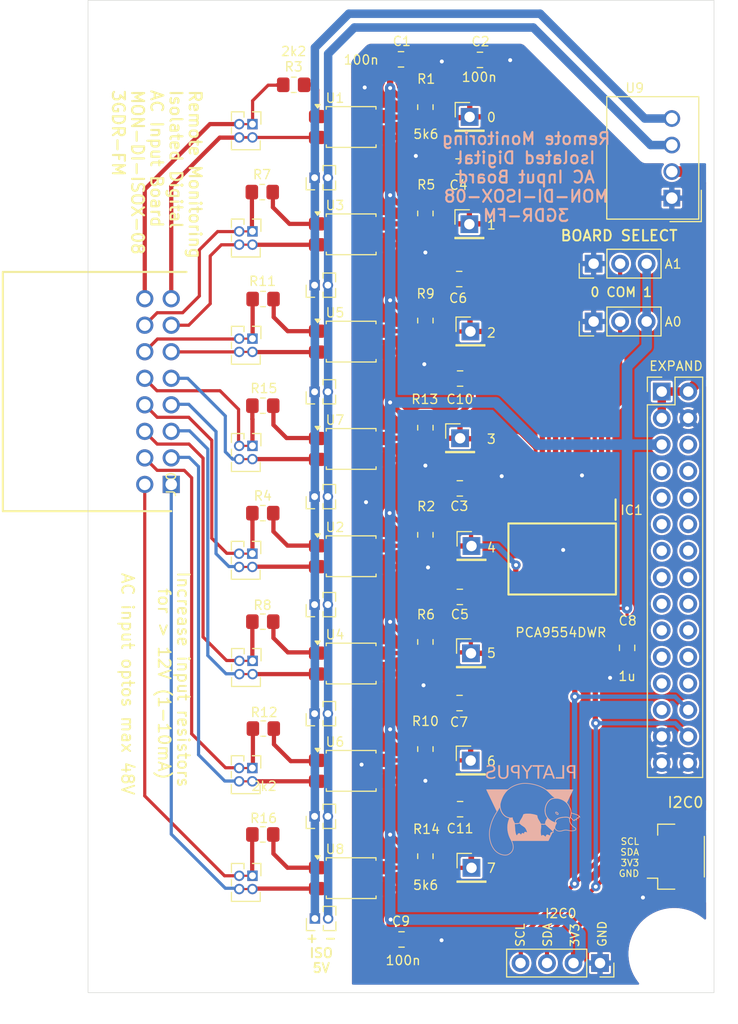
<source format=kicad_pcb>
(kicad_pcb (version 20241229) (generator "pcbnew") (generator_version "9.0")
  (layers (0 "F.Cu" signal) (2 "B.Cu" signal) (13 "F.Paste" user) (15 "B.Paste" user) (5 "F.SilkS" user "F.Silkscreen") (7 "B.SilkS" user "B.Silkscreen") (1 "F.Mask" user) (3 "B.Mask" user) (25 "Edge.Cuts" user))
  (net 0 "")
  (net 1 "GND")
  (net 2 "+3V3")
  (net 3 "/GP2")
  (net 4 "/GP16")
  (net 5 "/AN_CS0")
  (net 6 "/GP1")
  (net 7 "/GP13")
  (net 8 "/GP3")
  (net 9 "/GP0")
  (net 10 "/GP7")
  (net 11 "/GP6")
  (net 12 "/AN_CS1")
  (net 13 "/GP11")
  (net 14 "/GP14")
  (net 15 "/GP12")
  (net 16 "/GP10")
  (net 17 "/GP8")
  (net 18 "/GP9")
  (net 19 "/GP17")
  (net 20 "/GP15")
  (net 21 "/A1")
  (net 22 "/P2")
  (net 23 "/P1")
  (net 24 "/P4")
  (net 25 "/P0")
  (net 26 "/P6")
  (net 27 "/A0")
  (net 29 "/P5")
  (net 30 "/P3")
  (net 31 "Net-(R3-Pad1)")
  (net 32 "/P7")
  (net 33 "+5V")
  (net 34 "/IN0+")
  (net 35 "/IN4+")
  (net 36 "/IN1+")
  (net 37 "/IN5+")
  (net 38 "/IN2+")
  (net 39 "/IN6+")
  (net 40 "/IN3+")
  (net 41 "/IN7+")
  (net 42 "/IN0-")
  (net 43 "/IN4-")
  (net 44 "/IN1-")
  (net 45 "/IN5-")
  (net 46 "/IN2-")
  (net 47 "/IN6-")
  (net 48 "/IN3-")
  (net 49 "/IN7-")
  (net 50 "/AN_CS3")
  (net 51 "Net-(R4-Pad1)")
  (net 52 "/AN_CS2")
  (net 53 "/SDA0")
  (net 54 "/SCL0")
  (net 55 "Net-(R11-Pad1)")
  (net 56 "Net-(R12-Pad1)")
  (net 57 "Net-(R7-Pad1)")
  (net 58 "Net-(R8-Pad1)")
  (net 59 "Net-(R15-Pad1)")
  (net 60 "Net-(R16-Pad1)")
  (net 61 "/VISO-")
  (net 62 "/VISO+")
  (footprint "RP:TLP_OPTO_WIDE_PINS" (layer "F.Cu") (at 109.4232 67.498457)
    (property "Reference" "U3")
    (property "Value" "TLP292" (hide yes))
  )
  (footprint "Capacitor_SMD:C_0805_2012Metric_Pad1.18x1.45mm_HandSolder" (layer "F.Cu") (at 119.8372 102.2096 180)
    (property "Reference" "C5")
    (property "Value" "100n")
  )
  (footprint "RP:TLP_OPTO_WIDE_PINS" (layer "F.Cu") (at 109.4232 57.2262)
    (property "Reference" "U1")
    (property "Value" "TLP292" (hide yes))
  )
  (footprint "Capacitor_SMD:C_0805_2012Metric_Pad1.18x1.45mm_HandSolder" (layer "F.Cu") (at 119.8372 91.821 180)
    (property "Reference" "C3")
    (property "Value" "100n")
  )
  (footprint "RP:TLP_OPTO_WIDE_PINS" (layer "F.Cu") (at 109.4232 118.859743)
    (property "Reference" "U6")
    (property "Value" "TLP292" (hide yes))
  )
  (footprint "Resistor_SMD:R_0805_2012Metric_Pad1.20x1.40mm_HandSolder" (layer "F.Cu") (at 116.5352 55.3212 -90)
    (property "Reference" "R1")
    (property "Value" "5k6")
  )
  (footprint "Connector_PinHeader_2.54mm:PinHeader_1x01_P2.54mm_Vertical" (layer "F.Cu") (at 120.9548 128.143)
    (property "Reference" "J18" (hide yes))
    (property "Value" "7")
  )
  (footprint "Connector_PinHeader_2.54mm:PinHeader_1x01_P2.54mm_Vertical" (layer "F.Cu") (at 120.777 56.261)
    (property "Reference" "J1" (hide yes))
    (property "Value" "0")
  )
  (footprint "Capacitor_SMD:C_0805_2012Metric_Pad1.18x1.45mm_HandSolder" (layer "F.Cu") (at 114.2492 135.001)
    (property "Reference" "C9")
    (property "Value" "100n")
  )
  (footprint "Connector_PinHeader_2.54mm:PinHeader_1x03_P2.54mm_Vertical" (layer "F.Cu") (at 132.6642 75.8444 90)
    (property "Reference" "JP1" (hide yes))
    (property "Value" "A0")
  )
  (footprint "Connector_PinHeader_2.54mm:PinHeader_2x15_P2.54mm_Vertical" (layer "F.Cu") (at 139.192 82.55)
    (property "Reference" "J5" (hide yes))
    (property "Value" "EXPAND")
  )
  (footprint "RP:MountingHole_3.5mm_no_fill" (layer "F.Cu") (at 140.3858 136.3726)
    (property "Reference" "H4" (hide yes))
    (property "Value" "MountingHole" (hide yes))
  )
  (footprint "Connector_PinHeader_2.54mm:PinHeader_1x01_P2.54mm_Vertical" (layer "F.Cu") (at 120.7516 66.529857)
    (property "Reference" "J7" (hide yes))
    (property "Value" "1")
  )
  (footprint "Resistor_SMD:R_0805_2012Metric_Pad1.20x1.40mm_HandSolder" (layer "F.Cu") (at 116.5352 127.030748 -90)
    (property "Reference" "R14")
    (property "Value" "5k6")
  )
  (footprint "Connector_PinHeader_1.27mm:PinHeader_1x02_P1.27mm_Vertical" (layer "F.Cu") (at 105.918 92.6084 90)
    (property "Reference" "J23" (hide yes))
    (property "Value" "Conn_02x02_Odd_Even")
  )
  (footprint "Connector_PinHeader_2.54mm:PinHeader_1x01_P2.54mm_Vertical" (layer "F.Cu") (at 120.8532 76.798714)
    (property "Reference" "J12" (hide yes))
    (property "Value" "2")
  )
  (footprint "Capacitor_SMD:C_0805_2012Metric_Pad1.18x1.45mm_HandSolder" (layer "F.Cu") (at 119.8626 81.3054 180)
    (property "Reference" "C10")
    (property "Value" "100n")
  )
  (footprint "Resistor_SMD:R_0805_2012Metric_Pad1.20x1.40mm_HandSolder" (layer "F.Cu") (at 100.950863 94.189153 180)
    (property "Reference" "R4")
    (property "Value" "2k2" (hide yes))
  )
  (footprint "Connector_PinHeader_1.27mm:PinHeader_2x02_P1.27mm_Vertical" (layer "F.Cu") (at 99.960263 128.905 -90)
    (property "Reference" "J17" (hide yes))
    (property "Value" "Conn_02x02_Odd_Even")
  )
  (footprint "Resistor_SMD:R_0805_2012Metric_Pad1.20x1.40mm_HandSolder" (layer "F.Cu") (at 100.950863 104.577753 180)
    (property "Reference" "R8")
    (property "Value" "2k2" (hide yes))
  )
  (footprint "Connector_PinHeader_1.27mm:PinHeader_2x02_P1.27mm_Vertical" (layer "F.Cu") (at 99.9744 108.331 -90)
    (property "Reference" "J8" (hide yes))
    (property "Value" "Conn_02x02_Odd_Even")
  )
  (footprint "Connector_PinHeader_1.27mm:PinHeader_2x02_P1.27mm_Vertical" (layer "F.Cu") (at 99.949 118.5926 -90)
    (property "Reference" "J13" (hide yes))
    (property "Value" "Conn_02x02_Odd_Even")
  )
  (footprint "Converter_DCDC:Converter_DCDC_TRACO_TMU3-05xx_12xx_THT" (layer "F.Cu") (at 140.1572 64.0334 180)
    (property "Reference" "U9")
    (property "Value" "TMU3-0511")
  )
  (footprint "RP:TLP_OPTO_WIDE_PINS" (layer "F.Cu") (at 109.4232 77.770714)
    (property "Reference" "U5")
    (property "Value" "TLP292" (hide yes))
  )
  (footprint "RP:TLP_OPTO_WIDE_PINS" (layer "F.Cu") (at 109.4232 88.042971)
    (property "Reference" "U7")
    (property "Value" "TLP292" (hide yes))
  )
  (footprint "Capacitor_SMD:C_0805_2012Metric_Pad1.18x1.45mm_HandSolder" (layer "F.Cu") (at 119.7102 61.0108 180)
    (property "Reference" "C4")
    (property "Value" "100n")
  )
  (footprint "Capacitor_SMD:C_0805_2012Metric_Pad1.18x1.45mm_HandSolder" (layer "F.Cu") (at 135.87101 107.0864 -90)
    (property "Reference" "C8")
    (property "Value" "1u")
  )
  (footprint "Connector_PinHeader_1.27mm:PinHeader_2x02_P1.27mm_Vertical" (layer "F.Cu") (at 99.949 98.0694 -90)
    (property "Reference" "J3" (hide yes))
    (property "Value" "Conn_02x02_Odd_Even")
  )
  (footprint "Connector_PinHeader_2.54mm:PinHeader_1x03_P2.54mm_Vertical" (layer "F.Cu") (at 132.6642 70.3072 90)
    (property "Reference" "JP2" (hide yes))
    (property "Value" "A1")
  )
  (footprint "Resistor_SMD:R_0805_2012Metric_Pad1.20x1.40mm_HandSolder" (layer "F.Cu") (at 116.5352 75.755214 -90)
    (property "Reference" "R9")
    (property "Value" "5k6")
  )
  (footprint "Capacitor_SMD:C_0805_2012Metric_Pad1.18x1.45mm_HandSolder" (layer "F.Cu") (at 121.7676 50.8)
    (property "Reference" "C2")
    (property "Value" "100n")
  )
  (footprint "Connector_PinHeader_1.27mm:PinHeader_1x02_P1.27mm_Vertical" (layer "F.Cu") (at 105.918 72.3646 90)
    (property "Reference" "J20" (hide yes))
    (property "Value" "Conn_02x02_Odd_Even")
  )
  (footprint "Connector_PinHeader_1.27mm:PinHeader_2x02_P1.27mm_Vertical" (layer "F.Cu") (at 99.960263 67.217982 -90)
    (property "Reference" "J6" (hide yes))
    (property "Value" "Conn_02x02_Odd_Even")
  )
  (footprint "Resistor_SMD:R_0805_2012Metric_Pad1.20x1.40mm_HandSolder" (layer "F.Cu") (at 116.5352 106.520534 -90)
    (property "Reference" "R6")
    (property "Value" "5k6")
  )
  (footprint "Resistor_SMD:R_0805_2012Metric_Pad1.20x1.40mm_HandSolder" (layer "F.Cu") (at 100.950863 83.902153 180)
    (property "Reference" "R15")
    (property "Value" "2k2")
  )
  (footprint "Connector_PinSocket_2.54mm:PinSocket_1x04_P2.54mm_Vertical" (layer "F.Cu") (at 133.2738 137.2616 -90)
    (property "Reference" "CON1" (hide yes))
    (property "Value" "I2C0")
  )
  (footprint "Resistor_SMD:R_0805_2012Metric_Pad1.20x1.40mm_HandSolder" (layer "F.Cu") (at 116.5352 116.775641 -90)
    (property "Reference" "R10")
    (property "Value" "5k6")
  )
  (footprint "Resistor_SMD:R_0805_2012Metric_Pad1.20x1.40mm_HandSolder" (layer "F.Cu") (at 101.001663 114.813953 180)
    (property "Reference" "R12")
    (property "Value" "2k2")
  )
  (footprint "Resistor_SMD:R_0805_2012Metric_Pad1.20x1.40mm_HandSolder" (layer "F.Cu") (at 103.9114 53.1876 180)
    (property "Reference" "R3")
    (property "Value" "2k2")
  )
  (footprint "Resistor_SMD:R_0805_2012Metric_Pad1.20x1.40mm_HandSolder" (layer "F.Cu") (at 100.976263 73.691353 180)
    (property "Reference" "R11")
    (property "Value" "2k2")
  )
  (footprint "Connector_PinHeader_2.54mm:PinHeader_1x01_P2.54mm_Vertical" (layer "F.Cu") (at 119.8626 87.0204)
    (property "Reference" "J16" (hide yes))
    (property "Value" "3")
  )
  (footprint "RP:TLP_OPTO_WIDE_PINS" (layer "F.Cu") (at 109.4232 129.132)
    (property "Reference" "U8")
    (property "Value" "TLP292" (hide yes))
  )
  (footprint "Connector_PinHeader_1.27mm:PinHeader_2x02_P1.27mm_Vertical" (layer "F.Cu") (at 99.960263 87.748439 -90)
    (property "Reference" "J15" (hide yes))
    (property "Value" "Conn_02x02_Odd_Even")
  )
  (footprint "RP:MountingHole_3.5mm_no_fill" (layer "F.Cu") (at 140.4366 49.0926)
    (property "Reference" "H3" (hide yes))
    (property "Value" "MountingHole" (hide yes))
  )
  (footprint "Connector_PinHeader_2.54mm:PinHeader_1x01_P2.54mm_Vertical" (layer "F.Cu") (at 120.904 107.605286)
    (property "Reference" "J9" (hide yes))
    (property "Value" "5")
  )
  (footprint "Connector_PinHeader_2.54mm:PinHeader_1x01_P2.54mm_Vertical" (layer "F.Cu") (at 120.8786 117.874143)
    (property "Reference" "J14" (hide yes))
    (property "Value" "6")
  )
  (footprint "Connector_PinHeader_1.27mm:PinHeader_1x02_P1.27mm_Vertical" (layer "F.Cu") (at 105.918 102.9462 90)
    (property "Reference" "J22" (hide yes))
    (property "Value" "Conn_02x02_Odd_Even")
  )
  (footprint "Resistor_SMD:R_0805_2012Metric_Pad1.20x1.40mm_HandSolder" (layer "F.Cu") (at 100.950863 124.948553 180)
    (property "Reference" "R16")
    (property "Value" "2k2")
  )
  (footprint "Capacitor_SMD:C_0805_2012Metric_Pad1.18x1.45mm_HandSolder" (layer "F.Cu") (at 119.8626 122.5296 180)
    (property "Reference" "C11")
    (property "Value" "100n")
  )
  (footprint "Resistor_SMD:R_0805_2012Metric_Pad1.20x1.40mm_HandSolder" (layer "F.Cu") (at 116.5352 96.265427 -90)
    (property "Reference" "R2")
    (property "Value" "5k6")
  )
  (footprint "Connector_PinHeader_1.27mm:PinHeader_2x02_P1.27mm_Vertical" (layer "F.Cu") (at 99.960263 56.952753 -90)
    (property "Reference" "J2" (hide yes))
    (property "Value" "Conn_02x02_Odd_Even")
  )
  (footprint "SamacSys_Parts:SHDRRA16W63P254_2X8_2290X1740X700P" (layer "F.Cu") (at 92.1766 91.44 90)
    (property "Reference" "J10")
    (property "Value" "Isolated Input" (hide yes))
  )
  (footprint "Connector_PinHeader_1.27mm:PinHeader_1x02_P1.27mm_Vertical" (layer "F.Cu") (at 105.9434 132.9944 90)
    (property "Reference" "J24" (hide yes))
    (property "Value" "Conn_02x02_Odd_Even")
  )
  (footprint "Connector_PinHeader_1.27mm:PinHeader_1x02_P1.27mm_Vertical" (layer "F.Cu") (at 105.918 82.5754 90)
    (property "Reference" "J19" (hide yes))
    (property "Value" "Conn_02x02_Odd_Even")
  )
  (footprint "RP:MountingHole_3.5mm_no_fill" (layer "F.Cu") (at 96.201 49.0926)
    (property "Reference" "H1" (hide yes))
    (property "Value" "MountingHole" (hide yes))
  )
  (footprint "Connector_PinHeader_1.27mm:PinHeader_1x02_P1.27mm_Vertical" (layer "F.Cu") (at 105.918 62.0776 90)
    (property "Reference" "J26" (hide yes))
    (property "Value" "ISO 5V")
  )
  (footprint "RP:MountingHole_3.5mm_no_fill" (layer "F.Cu") (at 96.201 136.3726)
    (property "Reference" "H2" (hide yes))
    (property "Value" "MountingHole" (hide yes))
  )
  (footprint "Connector_PinHeader_1.27mm:PinHeader_1x02_P1.27mm_Vertical" (layer "F.Cu") (at 105.918 123.2154 90)
    (property "Reference" "J25" (hide yes))
    (property "Value" "Conn_02x02_Odd_Even")
  )
  (footprint "Capacitor_SMD:C_0805_2012Metric_Pad1.18x1.45mm_HandSolder" (layer "F.Cu") (at 114.1984 50.7492)
    (property "Reference" "C1")
    (property "Value" "100n")
  )
  (footprint "Resistor_SMD:R_0805_2012Metric_Pad1.20x1.40mm_HandSolder" (layer "F.Cu") (at 116.5352 86.010321 -90)
    (property "Reference" "R13")
    (property "Value" "5k6")
  )
  (footprint "Resistor_SMD:R_0805_2012Metric_Pad1.20x1.40mm_HandSolder" (layer "F.Cu") (at 100.900063 63.455153 180)
    (property "Reference" "R7")
    (property "Value" "2k2")
  )
  (footprint "Resistor_SMD:R_0805_2012Metric_Pad1.20x1.40mm_HandSolder" (layer "F.Cu") (at 116.5352 65.500107 -90)
    (property "Reference" "R5")
    (property "Value" "5k6")
  )
  (footprint "RP:TLP_OPTO_WIDE_PINS" (layer "F.Cu") (at 109.4232 108.587486)
    (property "Reference" "U4")
    (property "Value" "TLP292" (hide yes))
  )
  (footprint "RP:JST_SH_SM04B-SRSS-TB_1x04-1MP_P1.00mm_Horizontal_wide_MP" (layer "F.Cu") (at 140.589 127.0762 90)
    (property "Reference" "CON2" (hide yes))
    (property "Value" "QWIIC" (hide yes))
  )
  (footprint "RP:TLP_OPTO_WIDE_PINS" (layer "F.Cu") (at 109.4232 98.315229)
    (property "Reference" "U2")
    (property "Value" "TLP292" (hide yes))
  )
  (footprint "Connector_PinHeader_2.54mm:PinHeader_1x01_P2.54mm_Vertical" (layer "F.Cu") (at 120.9548 97.336429)
    (property "Reference" "J4" (hide yes))
    (property "Value" "4")
  )
  (footprint "Capacitor_SMD:C_0805_2012Metric_Pad1.18x1.45mm_HandSolder" (layer "F.Cu") (at 119.8118 112.3696 180)
    (property "Reference" "C7")
    (property "Value" "100n")
  )
  (footprint "Capacitor_SMD:C_0805_2012Metric_Pad1.18x1.45mm_HandSolder" (layer "F.Cu") (at 119.777007 71.7804 180)
    (property "Reference" "C6")
    (property "Value" "100n")
  )
  (footprint "Connector_PinHeader_1.27mm:PinHeader_1x02_P1.27mm_Vertical" (layer "F.Cu") (at 105.918 113.3856 90)
    (property "Reference" "J21" (hide yes))
    (property "Value" "ISO 5V")
  )
  (footprint "SamacSys_Parts:SOIC127P1030X265-16N" (layer "F.Cu") (at 129.64801 98.5774 -90)
    (property "Reference" "IC1")
    (property "Value" "PCA9554DWR")
  )
  (footprint "Connector_PinHeader_1.27mm:PinHeader_2x02_P1.27mm_Vertical" (layer "F.Cu") (at 99.960263 77.48321 -90)
    (property "Reference" "J11" (hide yes))
    (property "Value" "Conn_02x02_Odd_Even")
  )
  (gr_poly (pts (xy 126.169407 120.057571) (xy 126.295312 120.06387) (xy 126.427051 120.075313) (xy 126.563657 120.092048) (xy 126.704163 120.114227) (xy 126.8476 120.142) (xy 126.993002 120.175515) (xy 127.1394 120.214925) (xy 127.285828 120.260378) (xy 127.431318 120.312025) (xy 127.574902 120.370016) (xy 127.715613 120.4345) (xy 127.852483 120.505629) (xy 127.908643 120.537902) (xy 127.96185 120.570499) (xy 128.012289 120.603378) (xy 128.060145 120.636499) (xy 128.148847 120.703298) (xy 128.229431 120.770562) (xy 128.303375 120.837957) (xy 128.372155 120.905151) (xy 128.500132 121.037603) (xy 128.562283 121.102195) (xy 128.625178 121.165252) (xy 128.690293 121.226443) (xy 128.759106 121.285434) (xy 128.833094 121.341892) (xy 128.87249 121.369067) (xy 128.913733 121.395484) (xy 128.957008 121.4211) (xy 129.0025 121.445876) (xy 129.050394 121.469768) (xy 129.100873 121.492736) (xy 129.045352 121.485595) (xy 128.991366 121.481885) (xy 128.938912 121.48146) (xy 128.887987 121.484179) (xy 128.838586 121.489898) (xy 128.790706 121.498473) (xy 128.744343 121.509762) (xy 128.699493 121.523621) (xy 128.656154 121.539907) (xy 128.614321 121.558477) (xy 128.57399 121.579187) (xy 128.535158 121.601895) (xy 128.497821 121.626457) (xy 128.461976 121.652729) (xy 128.427618 121.68057) (xy 128.394745 121.709835) (xy 128.333437 121.772065) (xy 128.278021 121.838274) (xy 128.228469 121.907317) (xy 128.184752 121.978047) (xy 128.146839 122.049319) (xy 128.114701 122.119987) (xy 128.08831 122.188905) (xy 128.067636 122.254927) (xy 128.049292 122.324498) (xy 128.033818 122.394475) (xy 128.021444 122.464797) (xy 128.012401 122.5354) (xy 128.00692 122.606223) (xy 128.005233 122.677204) (xy 128.007569 122.748279) (xy 128.01416 122.819388) (xy 128.025237 122.890467) (xy 128.04103 122.961455) (xy 128.06177 123.032289) (xy 128.087689 123.102906) (xy 128.119018 123.173246) (xy 128.155986 123.243245) (xy 128.198825 123.312841) (xy 128.247766 123.381972) (xy 128.230098 123.421511) (xy 128.211968 123.458034) (xy 128.193619 123.492097) (xy 128.175291 123.524257) (xy 128.13967 123.585092) (xy 128.12286 123.61488) (xy 128.107039 123.64499) (xy 128.09245 123.675979) (xy 128.079334 123.708403) (xy 128.073404 123.725326) (xy 128.067933 123.742818) (xy 128.062951 123.760946) (xy 128.058489 123.779781) (xy 128.054577 123.799391) (xy 128.051244 123.819848) (xy 128.048522 123.841219) (xy 128.04644 123.863576) (xy 128.045028 123.886986) (xy 128.044318 123.911521) (xy 128.044338 123.937249) (xy 128.04512 123.964239) (xy 127.984383 123.970158) (xy 127.929803 123.974552) (xy 127.878624 123.977072) (xy 127.853448 123.977519) (xy 127.828089 123.977365) (xy 127.802203 123.976566) (xy 127.775444 123.975079) (xy 127.747469 123.97286) (xy 127.717932 123.969864) (xy 127.68649 123.966048) (xy 127.652798 123.961368) (xy 127.577285 123.94924) (xy 127.567746 123.921966) (xy 127.557466 123.895398) (xy 127.53495 123.844154) (xy 127.510264 123.795064) (xy 127.483937 123.747679) (xy 127.456495 123.701554) (xy 127.428467 123.656241) (xy 127.372764 123.566268) (xy 127.346143 123.520714) (xy 127.321047 123.474187) (xy 127.298004 123.426239) (xy 127.27754 123.376424) (xy 127.268441 123.350677) (xy 127.260184 123.324296) (xy 127.252836 123.297225) (xy 127.246464 123.269408) (xy 127.241131 123.240789) (xy 127.236906 123.211313) (xy 127.233854 123.180924) (xy 127.23204 123.149565) (xy 127.189426 123.130788) (xy 127.135638 123.111342) (xy 127.071992 123.091727) (xy 126.999803 123.072445) (xy 126.920388 123.053999) (xy 126.835061 123.036888) (xy 126.745139 123.021615) (xy 126.651937 123.008682) (xy 126.556771 122.998589) (xy 126.460956 122.991838) (xy 126.365808 122.988931) (xy 126.272643 122.99037) (xy 126.182776 122.996655) (xy 126.097522 123.008288) (xy 126.018198 123.025771) (xy 125.981171 123.036863) (xy 125.94612 123.049605) (xy 125.946122 123.049612) (xy 125.923551 123.121741) (xy 125.897606 123.190177) (xy 125.869014 123.25509) (xy 125.838506 123.316654) (xy 125.806811 123.375041) (xy 125.774658 123.430422) (xy 125.711893 123.532856) (xy 125.656048 123.625333) (xy 125.632543 123.668268) (xy 125.612956 123.70923) (xy 125.598015 123.74839) (xy 125.592515 123.767349) (xy 125.588451 123.785922) (xy 125.585912 123.804131) (xy 125.584992 123.821997) (xy 125.585779 123.839542) (xy 125.588367 123.856787) (xy 125.48642 123.884745) (xy 125.43269 123.898255) (xy 125.40447 123.90438) (xy 125.375091 123.90989) (xy 125.344363 123.914639) (xy 125.312096 123.91848) (xy 125.2781 123.921266) (xy 125.242183 123.922852) (xy 125.204156 123.92309) (xy 125.163827 123.921835) (xy 125.121006 123.91894) (xy 125.075502 123.914259) (xy 125.074218 123.902263) (xy 125.071825 123.889716) (xy 125.0684 123.876637) (xy 125.064021 123.863045) (xy 125.052713 123.834405) (xy 125.038525 123.803953) (xy 125.022079 123.771847) (xy 125.003998 123.738243) (xy 124.965425 123.667173) (xy 124.946179 123.630021) (xy 124.92779 123.592002) (xy 124.910882 123.553273) (xy 124.896077 123.513991) (xy 124.889659 123.494192) (xy 124.883999 123.474313) (xy 124.879177 123.454376) (xy 124.875271 123.434398) (xy 124.872357 123.4144) (xy 124.870515 123.394402) (xy 124.869821 123.374423) (xy 124.870354 123.354483) (xy 124.832977 123.359103) (xy 124.797554 123.362629) (xy 124.76375 123.36502) (xy 124.731232 123.366237) (xy 124.699668 123.366238) (xy 124.668722 123.364983) (xy 124.638062 123.362433) (xy 124.607355 123.358546) (xy 124.576266 123.353284) (xy 124.544463 123.346604) (xy 124.511612 123.338467) (xy 124.477379 123.328833) (xy 124.441431 123.317662) (xy 124.403435 123.304913) (xy 124.363056 123.290545) (xy 124.319962 123.274519) (xy 124.289639 123.261457) (xy 124.258798 123.245752) (xy 124.227566 123.227482) (xy 124.19607 123.20673) (xy 124.164436 123.183574) (xy 124.132792 123.158096) (xy 124.101264 123.130374) (xy 124.069979 123.100489) (xy 124.039065 123.068521) (xy 124.008647 123.03455) (xy 123.978854 122.998657) (xy 123.949811 122.960921) (xy 123.921646 122.921422) (xy 123.894485 122.880241) (xy 123.868456 122.837457) (xy 123.843685 122.793151) (xy 123.8203 122.747403) (xy 123.798427 122.700292) (xy 123.778192 122.6519) (xy 123.759724 122.602305) (xy 123.743149 122.551588) (xy 123.728593 122.49983) (xy 123.716184 122.447109) (xy 123.706048 122.393507) (xy 123.698313 122.339103) (xy 123.693105 122.283978) (xy 123.690551 122.228211) (xy 123.690779 122.171883) (xy 123.693914 122.115073) (xy 123.700084 122.057862) (xy 123.709416 122.00033) (xy 123.722037 121.942557) (xy 123.758316 121.80815) (xy 123.802123 121.670068) (xy 123.854418 121.529614) (xy 123.91616 121.388091) (xy 123.98831 121.246802) (xy 124.071827 121.107051) (xy 124.167673 120.970141) (xy 124.220519 120.903158) (xy 124.276807 120.837374) (xy 124.336658 120.772952) (xy 124.40019 120.710055) (xy 124.467525 120.648845) (xy 124.538781 120.589486) (xy 124.61408 120.53214) (xy 124.693541 120.47697) (xy 124.777285 120.424139) (xy 124.86543 120.37381) (xy 124.958098 120.326147) (xy 125.055408 120.281311) (xy 125.157481 120.239466) (xy 125.264435 120.200774) (xy 125.376393 120.165399) (xy 125.493472 120.133503) (xy 125.615794 120.10525) (xy 125.743478 120.080802) (xy 125.836371 120.06803) (xy 125.938969 120.059801) (xy 126.050303 120.056264)) (stroke (width 0.066145) (color 0 255 0 1)) (fill no) (layer "B.SilkS"))
  (gr_poly (pts (xy 125.591706 123.873181) (xy 125.600766 123.886776) (xy 125.620909 123.913127) (xy 125.643545 123.938483) (xy 125.668424 123.962989) (xy 125.695296 123.986793) (xy 125.723913 124.01004) (xy 125.754025 124.032877) (xy 125.785383 124.055451) (xy 125.91829 124.146038) (xy 125.985741 124.193558) (xy 126.018844 124.218387) (xy 126.051198 124.244124) (xy 126.066728 124.257573) (xy 126.08188 124.27209) (xy 126.096646 124.287588) (xy 126.111016 124.303977) (xy 126.138524 124.339079) (xy 126.164324 124.376687) (xy 126.188336 124.416097) (xy 126.210479 124.456602) (xy 126.230672 124.497495) (xy 126.248835 124.538069) (xy 126.264888 124.577618) (xy 126.278749 124.615436) (xy 126.290338 124.650816) (xy 126.299574 124.683051) (xy 126.306378 124.711435) (xy 126.310668 124.735262) (xy 126.312363 124.753825) (xy 126.312213 124.760911) (xy 126.311384 124.766417) (xy 126.309211 124.770685) (xy 126.306463 124.774152) (xy 126.303165 124.776862) (xy 126.299344 124.778863) (xy 126.295024 124.780201) (xy 126.290231 124.780923) (xy 126.284991 124.781076) (xy 126.279329 124.780707) (xy 126.266845 124.778587) (xy 126.252982 124.774936) (xy 126.237947 124.770129) (xy 126.221945 124.764539) (xy 126.187858 124.752502) (xy 126.170184 124.746802) (xy 126.152364 124.741812) (xy 126.134602 124.737906) (xy 126.117105 124.735458) (xy 126.108519 124.734897) (xy 126.100076 124.73484) (xy 126.091802 124.735334) (xy 126.083722 124.736426) (xy 126.076101 124.738503) (xy 126.069168 124.741421) (xy 126.06289 124.745124) (xy 126.057238 124.74956) (xy 126.052179 124.754675) (xy 126.047682 124.760416) (xy 126.043717 124.766728) (xy 126.040252 124.773559) (xy 126.037256 124.780855) (xy 126.034698 124.788563) (xy 126.032547 124.796628) (xy 126.030772 124.804997) (xy 126.028223 124.822434) (xy 126.026803 124.840447) (xy 126.026262 124.858605) (xy 126.026352 124.876482) (xy 126.027427 124.909677) (xy 126.028034 124.936605) (xy 126.027539 124.946649) (xy 126.026179 124.95384) (xy 126.023702 124.95549) (xy 126.020966 124.956258) (xy 126.017976 124.9562) (xy 126.014735 124.955373) (xy 126.011249 124.953832) (xy 126.007522 124.951633) (xy 125.999363 124.945485) (xy 125.990295 124.937374) (xy 125.980355 124.927748) (xy 125.958005 124.905736) (xy 125.945669 124.894243) (xy 125.932607 124.883021) (xy 125.918856 124.872517) (xy 125.911733 124.867673) (xy 125.904452 124.863176) (xy 125.897017 124.859082) (xy 125.889433 124.855447) (xy 125.881704 124.852325) (xy 125.873835 124.849774) (xy 125.86583 124.847849) (xy 125.857695 124.846606) (xy 125.849433 124.8461) (xy 125.841049 124.846388) (xy 125.832624 124.847763) (xy 125.824692 124.849977) (xy 125.817232 124.852975) (xy 125.810226 124.856703) (xy 125.803651 124.861106) (xy 125.797489 124.86613) (xy 125.791719 124.87172) (xy 125.786322 124.877822) (xy 125.781276 124.884382) (xy 125.776561 124.891345) (xy 125.772158 124.898657) (xy 125.768047 124.906263) (xy 125.760617 124.922139) (xy 125.754111 124.938539) (xy 125.748367 124.955026) (xy 125.743225 124.971166) (xy 125.734097 125.000661) (xy 125.72979 125.013145) (xy 125.725439 125.023539) (xy 125.723196 125.027816) (xy 125.720882 125.031407) (xy 125.718476 125.034258) (xy 125.715959 125.036314) (xy 125.712345 125.038132) (xy 125.708537 125.038497) (xy 125.704531 125.03751) (xy 125.700323 125.03527) (xy 125.69591 125.031876) (xy 125.691288 125.02743) (xy 125.681403 125.015775) (xy 125.632774 124.946975) (xy 125.618199 124.928219) (xy 125.602597 124.910437) (xy 125.594402 124.90216) (xy 125.585939 124.894426) (xy 125.577206 124.887335) (xy 125.568197 124.880985) (xy 125.55891 124.875478) (xy 125.549341 124.870912) (xy 125.539486 124.867388) (xy 125.529341 124.865005) (xy 125.518904 124.863863) (xy 125.508169 124.864061) (xy 125.497134 124.8657) (xy 125.485795 124.868879) (xy 125.474826 124.873262) (xy 125.464422 124.878402) (xy 125.45456 124.884239) (xy 125.445219 124.890711) (xy 125.436376 124.897756) (xy 125.42801 124.905311) (xy 125.420098 124.913317) (xy 125.412618 124.921709) (xy 125.405549 124.930428) (xy 125.398868 124.939411) (xy 125.386584 124.957921) (xy 125.375589 124.976746) (xy 125.365709 124.995392) (xy 125.348588 125.030169) (xy 125.340994 125.045311) (xy 125.333812 125.058297) (xy 125.330319 125.063827) (xy 125.326863 125.068633) (xy 125.323422 125.072652) (xy 125.319974 125.075824) (xy 125.316496 125.078085) (xy 125.312967 125.079376) (xy 125.309365 125.079633) (xy 125.305667 125.078795) (xy 125.285494 125.067999) (xy 125.26669 125.05311) (xy 125.2492 125.034369) (xy 125.232971 125.012018) (xy 125.21795 124.986297) (xy 125.204083 124.957448) (xy 125.179597 124.891328) (xy 125.159084 124.815589) (xy 125.142114 124.732159) (xy 125.12826 124.642967) (xy 125.117092 124.549942) (xy 125.1011 124.360112) (xy 125.090707 124.1781) (xy 125.082484 124.019341) (xy 125.073 123.899267) (xy 125.110283 123.901728) (xy 125.147055 123.903494) (xy 125.18327 123.904571) (xy 125.218884 123.904967) (xy 125.253852 123.90469) (xy 125.288132 123.903747) (xy 125.321679 123.902145) (xy 125.354449 123.899891) (xy 125.386399 123.896993) (xy 125.417483 123.893458) (xy 125.447658 123.889294) (xy 125.476881 123.884507) (xy 125.505107 123.879105) (xy 125.532292 123.873095) (xy 125.558392 123.866485) (xy 125.583363 123.859282)) (stroke (width 0.066145) (color 0 255 0 1)) (fill no) (layer "B.SilkS"))
  (gr_poly (pts (xy 125.073 123.899267) (xy 125.072998 123.899267) (xy 125.073 123.899267)) (stroke (width 0.066145) (color 0 255 0 1)) (fill no) (layer "B.SilkS"))
  (gr_poly (pts (xy 126.467946 122.989788) (xy 126.563754 122.996541) (xy 126.658912 123.006637) (xy 126.752107 123.019573) (xy 126.842022 123.034849) (xy 126.927341 123.051962) (xy 127.00675 123.070411) (xy 127.078934 123.089695) (xy 127.142576 123.109311) (xy 127.196361 123.128759) (xy 127.238974 123.147536) (xy 127.240788 123.178895) (xy 127.243841 123.209284) (xy 127.248068 123.238759) (xy 127.253401 123.267376) (xy 127.259776 123.295191) (xy 127.267126 123.32226) (xy 127.275385 123.348638) (xy 127.284487 123.374381) (xy 127.304957 123.424188) (xy 127.328007 123.472127) (xy 127.35311 123.518645) (xy 127.379738 123.564188) (xy 127.435457 123.654141) (xy 127.463491 123.699444) (xy 127.490938 123.745561) (xy 127.51727 123.792938) (xy 127.541959 123.842023) (xy 127.564477 123.893263) (xy 127.574757 123.91983) (xy 127.584296 123.947104) (xy 127.585102 123.947268) (xy 127.585844 123.947398) (xy 127.586541 123.947505) (xy 127.587216 123.947601) (xy 127.58789 123.947696) (xy 127.588583 123.947804) (xy 127.589318 123.947936) (xy 127.590114 123.948103) (xy 127.597382 123.992636) (xy 127.602338 124.038311) (xy 127.605228 124.084867) (xy 127.606297 124.132045) (xy 127.605793 124.179584) (xy 127.60396 124.227224) (xy 127.597295 124.321767) (xy 127.578857 124.500616) (xy 127.571021 124.580758) (xy 127.56831 124.617598) (xy 127.566732 124.651938) (xy 127.566779 124.686041) (xy 127.56781 124.72235) (xy 127.569751 124.760256) (xy 127.57253 124.799151) (xy 127.576072 124.838428) (xy 127.580303 124.877478) (xy 127.585151 124.915693) (xy 127.590541 124.952467) (xy 127.596401 124.987191) (xy 127.602656 125.019257) (xy 127.609233 125.048057) (xy 127.616058 125.072984) (xy 127.623058 125.09343) (xy 127.630159 125.108787) (xy 127.633724 125.114367) (xy 127.637288 125.118447) (xy 127.640839 125.12095) (xy 127.64437 125.121802) (xy 127.648771 125.122608) (xy 127.653071 125.122716) (xy 127.657287 125.122173) (xy 127.661436 125.121028) (xy 127.665536 125.119328) (xy 127.669603 125.117122) (xy 127.673653 125.114457) (xy 127.677705 125.111382) (xy 127.685881 125.104194) (xy 127.694264 125.09594) (xy 127.712198 125.077775) (xy 127.722021 125.068632) (xy 127.727206 125.064214) (xy 127.732595 125.059962) (xy 127.738207 125.055924) (xy 127.744057 125.052148) (xy 127.750163 125.048682) (xy 127.756541 125.045574) (xy 127.76321 125.042873) (xy 127.770185 125.040626) (xy 127.777483 125.038881) (xy 127.785123 125.037687) (xy 127.79312 125.037091) (xy 127.801491 125.037141) (xy 127.810254 125.037886) (xy 127.819426 125.039374) (xy 127.828919 125.041514) (xy 127.838175 125.044163) (xy 127.847202 125.047289) (xy 127.856012 125.05086) (xy 127.864615 125.054842) (xy 127.873022 125.059204) (xy 127.881243 125.063912) (xy 127.889288 125.068935) (xy 127.897169 125.07424) (xy 127.904896 125.079794) (xy 127.919928 125.09152) (xy 127.934469 125.103854) (xy 127.948604 125.116535) (xy 127.97599 125.141902) (xy 127.989409 125.154067) (xy 128.002758 125.16554) (xy 128.016122 125.176062) (xy 128.022835 125.180884) (xy 128.029583 125.185372) (xy 128.036377 125.189491) (xy 128.043227 125.19321) (xy 128.050144 125.196496) (xy 128.057138 125.199316) (xy 128.063399 125.198146) (xy 128.06908 125.19608) (xy 128.074232 125.193173) (xy 128.078907 125.189481) (xy 128.083155 125.18506) (xy 128.087026 125.179966) (xy 128.090572 125.174255) (xy 128.093844 125.167983) (xy 128.099767 125.153977) (xy 128.105203 125.138397) (xy 128.116239 125.1043) (xy 128.122653 125.086676) (xy 128.130207 125.069265) (xy 128.134538 125.060779) (xy 128.139307 125.052514) (xy 128.144565 125.044525) (xy 128.150361 125.036869) (xy 128.156748 125.029601) (xy 128.163775 125.022777) (xy 128.171494 125.016453) (xy 128.179956 125.010686) (xy 128.189212 125.00553) (xy 128.199311 125.001042) (xy 128.210306 124.997277) (xy 128.222247 124.994291) (xy 128.228903 124.993492) (xy 128.236178 124.993405) (xy 128.244029 124.993979) (xy 128.252416 124.995165) (xy 128.270634 124.999173) (xy 128.290501 125.005029) (xy 128.311687 125.012336) (xy 128.333862 125.020693) (xy 128.379862 125.038963) (xy 128.425861 125.056646) (xy 128.448036 125.06427) (xy 128.469221 125.070551) (xy 128.489087 125.075089) (xy 128.498422 125.076579) (xy 128.507303 125.077485) (xy 128.51569 125.077755) (xy 128.523541 125.07734) (xy 128.530815 125.07619) (xy 128.53747 125.074255) (xy 128.540823 125.072509) (xy 128.543418 125.070097) (xy 128.545318 125.06704) (xy 128.546586 125.063359) (xy 128.547286 125.059077) (xy 128.547481 125.054214) (xy 128.546608 125.042832) (xy 128.535559 124.978385) (xy 128.533438 124.958403) (xy 128.532585 124.937215) (xy 128.533506 124.914996) (xy 128.53479 124.903552) (xy 128.536707 124.891915) (xy 128.539321 124.880106) (xy 128.542694 124.868146) (xy 128.546891 124.856057) (xy 128.551974 124.84386) (xy 128.558006 124.831577) (xy 128.565051 124.819229) (xy 128.573173 124.806837) (xy 128.582433 124.794424) (xy 128.585821 124.790467) (xy 128.589274 124.786726) (xy 128.592789 124.783196) (xy 128.596363 124.77987) (xy 128.599992 124.776744) (xy 128.603674 124.77381) (xy 128.611184 124.768499) (xy 128.618868 124.76389) (xy 128.626702 124.759936) (xy 128.63466 124.756591) (xy 128.64272 124.753806) (xy 128.650855 124.751536) (xy 128.659042 124.749733) (xy 128.667256 124.748351) (xy 128.675473 124.747343) (xy 128.683668 124.746661) (xy 128.691817 124.746259) (xy 128.699896 124.74609) (xy 128.707879 124.746107) (xy 128.61137 124.946348) (xy 128.32056 125.543471) (xy 124.78969 125.544607) (xy 124.686509 125.348878) (xy 124.634636 125.242194) (xy 124.609259 125.185083) (xy 124.584495 125.124862) (xy 124.560524 125.061085) (xy 124.537526 124.993305) (xy 124.515681 124.921074) (xy 124.495169 124.843947) (xy 124.476169 124.761475) (xy 124.458863 124.673211) (xy 124.443429 124.578709) (xy 124.430048 124.477522) (xy 124.424855 124.425194) (xy 124.4215 124.372958) (xy 124.419873 124.320917) (xy 124.419863 124.269173) (xy 124.421361 124.21783) (xy 124.424257 124.16699) (xy 124.428442 124.116757) (xy 124.433807 124.067233) (xy 124.447634 123.970725) (xy 124.464862 123.87829) (xy 124.484613 123.79075) (xy 124.506009 123.708929) (xy 124.528174 123.633651) (xy 124.550231 123.565738) (xy 124.5713 123.506015) (xy 124.590507 123.455304) (xy 124.619819 123.384213) (xy 124.63115 123.359053) (xy 124.66069 123.362573) (xy 124.689408 123.364689) (xy 124.717892 123.365483) (xy 124.74673 123.365034) (xy 124.776508 123.363424) (xy 124.807815 123.360733) (xy 124.841237 123.357042) (xy 124.877363 123.35243) (xy 124.876823 123.371871) (xy 124.877444 123.391345) (xy 124.879154 123.410836) (xy 124.881882 123.430323) (xy 124.885555 123.449791) (xy 124.890102 123.46922) (xy 124.895451 123.488593) (xy 124.901531 123.507892) (xy 124.915596 123.546195) (xy 124.931722 123.583985) (xy 124.949336 123.621118) (xy 124.967865 123.657451) (xy 125.039656 123.791893) (xy 125.054154 123.822062) (xy 125.066125 123.850567) (xy 125.074996 123.877263) (xy 125.078089 123.889888) (xy 125.080192 123.902006) (xy 125.089546 124.022982) (xy 125.09776 124.18175) (xy 125.108219 124.36311) (xy 125.124307 124.551861) (xy 125.135518 124.644257) (xy 125.149405 124.7328) (xy 125.166391 124.81559) (xy 125.186898 124.890726) (xy 125.198605 124.924831) (xy 125.211351 124.956309) (xy 125.225188 124.984924) (xy 125.24017 125.010438) (xy 125.25635 125.032614) (xy 125.273781 125.051214) (xy 125.292514 125.066) (xy 125.312604 125.076735) (xy 125.316302 125.077573) (xy 125.319905 125.077316) (xy 125.323435 125.076025) (xy 125.326914 125.073763) (xy 125.330365 125.070591) (xy 125.333808 125.066571) (xy 125.340763 125.056234) (xy 125.347952 125.043246) (xy 125.355554 125.028101) (xy 125.372693 124.993321) (xy 125.382582 124.974673) (xy 125.393584 124.955845) (xy 125.405876 124.937333) (xy 125.412561 124.92835) (xy 125.419633 124.91963) (xy 125.427116 124.911237) (xy 125.435031 124.903231) (xy 125.4434 124.895674) (xy 125.452245 124.888629) (xy 125.461588 124.882157) (xy 125.471451 124.87632) (xy 125.481856 124.871179) (xy 125.492824 124.866797) (xy 125.504163 124.863617) (xy 125.515198 124.861978) (xy 125.525931 124.86178) (xy 125.536368 124.862922) (xy 125.546511 124.865305) (xy 125.556364 124.868829) (xy 125.565931 124.873395) (xy 125.575215 124.878902) (xy 125.584221 124.885252) (xy 125.592952 124.892343) (xy 125.601411 124.900077) (xy 125.609603 124.908354) (xy 125.625198 124.926136) (xy 125.639767 124.944892) (xy 125.688371 125.013693) (xy 125.698251 125.025347) (xy 125.702871 125.029794) (xy 125.707283 125.033187) (xy 125.711489 125.035427) (xy 125.715494 125.036414) (xy 125.719302 125.036049) (xy 125.722916 125.034231) (xy 125.725433 125.032176) (xy 125.727838 125.029326) (xy 125.730152 125.025735) (xy 125.732394 125.021459) (xy 125.736743 125.011067) (xy 125.741048 124.998585) (xy 125.750171 124.969094) (xy 125.755311 124.952956) (xy 125.761051 124.93647) (xy 125.767554 124.920072) (xy 125.774981 124.904197) (xy 125.779091 124.896592) (xy 125.783493 124.889282) (xy 125.788206 124.882319) (xy 125.793251 124.87576) (xy 125.798647 124.869658) (xy 125.804416 124.864068) (xy 125.810577 124.859045) (xy 125.81715 124.854642) (xy 125.824156 124.850915) (xy 125.831615 124.847917) (xy 125.839547 124.845703) (xy 125.847971 124.844328) (xy 125.856355 124.84404) (xy 125.864617 124.844546) (xy 125.872753 124.84579) (xy 125.880757 124.847716) (xy 125.888626 124.850268) (xy 125.896355 124.85339) (xy 125.90394 124.857027) (xy 125.911374 124.861122) (xy 125.918655 124.86562) (xy 125.925778 124.870465) (xy 125.932737 124.875602) (xy 125.939529 124.880973) (xy 125.952592 124.892198) (xy 125.964928 124.903694) (xy 125.987278 124.925713) (xy 125.997218 124.935341) (xy 126.006286 124.943454) (xy 126.010481 124.946802) (xy 126.014445 124.949604) (xy 126.018172 124.951803) (xy 126.021658 124.953345) (xy 126.024898 124.954172) (xy 126.027889 124.954229) (xy 126.030624 124.953461) (xy 126.033101 124.951811) (xy 126.033905 124.948598) (xy 126.034462 124.944619) (xy 126.03496 124.934575) (xy 126.034362 124.907646) (xy 126.0333 124.87445) (xy 126.033217 124.856572) (xy 126.033764 124.838412) (xy 126.035191 124.820399) (xy 126.037747 124.802961) (xy 126.039525 124.794591) (xy 126.04168 124.786525) (xy 126.04424 124.778817) (xy 126.047239 124.77152) (xy 126.050706 124.764689) (xy 126.054674 124.758375) (xy 126.059172 124.752634) (xy 126.064233 124.747518) (xy 126.069887 124.743082) (xy 126.076165 124.739377) (xy 126.083099 124.736459) (xy 126.09072 124.734381) (xy 126.0988 124.73329) (xy 126.107074 124.732796) (xy 126.115516 124.732853) (xy 126.124101 124.733415) (xy 126.132804 124.734433) (xy 126.141598 124.735863) (xy 126.150458 124.737657) (xy 126.159358 124.739768) (xy 126.177176 124.744757) (xy 126.194848 124.750456) (xy 126.228931 124.762489) (xy 126.244931 124.768078) (xy 126.259964 124.772883) (xy 126.273824 124.776532) (xy 126.280251 124.777806) (xy 126.286307 124.77865) (xy 126.291968 124.779019) (xy 126.297207 124.778865) (xy 126.301999 124.778142) (xy 126.306319 124.776804) (xy 126.31014 124.774802) (xy 126.313437 124.772092) (xy 126.316185 124.768626) (xy 126.318357 124.764357) (xy 126.319336 124.751764) (xy 126.317641 124.733201) (xy 126.313351 124.709373) (xy 126.306547 124.680987) (xy 126.29731 124.64875) (xy 126.28572 124.613368) (xy 126.271859 124.575548) (xy 126.255806 124.535997) (xy 126.237642 124.49542) (xy 126.217448 124.454525) (xy 126.195304 124.414017) (xy 126.171292 124.374605) (xy 126.145491 124.336994) (xy 126.117982 124.30189) (xy 126.088847 124.270001) (xy 126.073694 124.255483) (xy 126.058164 124.242033) (xy 126.025811 124.216297) (xy 125.99271 124.191468) (xy 125.959111 124.1674) (xy 125.925264 124.143947) (xy 125.792368 124.053352) (xy 125.761013 124.030777) (xy 125.730904 124.007938) (xy 125.70229 123.984689) (xy 125.67542 123.960884) (xy 125.650543 123.936377) (xy 125.627908 123.91102) (xy 125.617509 123.897978) (xy 125.607764 123.884669) (xy 125.598705 123.871074) (xy 125.590361 123.857176) (xy 125.586915 123.858161) (xy 125.583324 123.859069) (xy 125.57963 123.859923) (xy 125.575873 123.860746) (xy 125.568336 123.862381) (xy 125.564638 123.863237) (xy 125.561041 123.864149) (xy 125.57821 123.859375) (xy 125.58683 123.857006) (xy 125.595405 123.854727) (xy 125.592817 123.837482) (xy 125.592029 123.819938) (xy 125.592949 123.802072) (xy 125.595487 123.783864) (xy 125.59955 123.765291) (xy 125.605049 123.746332) (xy 125.619988 123.707172) (xy 125.639573 123.66621) (xy 125.663076 123.623274) (xy 125.718916 123.530795) (xy 125.781676 123.428359) (xy 125.813828 123.372977) (xy 125.845522 123.314589) (xy 125.876029 123.253024) (xy 125.904619 123.18811) (xy 125.930564 123.119674) (xy 125.953135 123.047545) (xy 125.988186 123.034803) (xy 126.025213 123.023711) (xy 126.104534 123.006229) (xy 126.189783 122.994597) (xy 126.279645 122.988314) (xy 126.372805 122.986878)) (stroke (width 0.053477) (color 155 102 87 1)) (fill yes) (layer "B.SilkS"))
  (gr_poly (pts (xy 124.441442 120.65869) (xy 124.441434 120.65869) (xy 124.441442 120.658683)) (stroke (width 0.053477) (color 155 102 87 1)) (fill yes) (layer "B.SilkS"))
  (gr_poly (pts (xy 129.083986 121.480439) (xy 129.143084 121.483611) (xy 129.202437 121.489345) (xy 129.261919 121.497639) (xy 129.321402 121.50849) (xy 129.38076 121.521894) (xy 129.439868 121.537848) (xy 129.498598 121.556349) (xy 129.556824 121.577393) (xy 129.61442 121.600978) (xy 129.671258 121.6271) (xy 129.727214 121.655757) (xy 129.78216 121.686944) (xy 129.83597 121.720658) (xy 129.888518 121.756898) (xy 129.939677 121.795658) (xy 129.98932 121.836937) (xy 130.037321 121.88073) (xy 130.083555 121.927035) (xy 130.127893 121.975848) (xy 130.170211 122.027167) (xy 130.210381 122.080987) (xy 130.248276 122.137307) (xy 130.283772 122.196122) (xy 130.316741 122.25743) (xy 130.351081 122.326302) (xy 130.382599 122.393616) (xy 130.410995 122.45986) (xy 130.435967 122.525526) (xy 130.457217 122.591103) (xy 130.474442 122.657084) (xy 130.487344 122.723957) (xy 130.49562 122.792215) (xy 130.498971 122.862346) (xy 130.497095 122.934843) (xy 130.489694 123.010194) (xy 130.476465 123.088892) (xy 130.45711 123.171426) (xy 130.431326 123.258286) (xy 130.398814 123.349965) (xy 130.359273 123.446951) (xy 130.353537 123.432846) (xy 130.347133 123.419568) (xy 130.340079 123.407093) (xy 130.332398 123.395399) (xy 130.324108 123.384463) (xy 130.31523 123.374261) (xy 130.305783 123.364772) (xy 130.295789 123.355971) (xy 130.285268 123.347837) (xy 130.274238 123.340346) (xy 130.262722 123.333476) (xy 130.250738 123.327203) (xy 130.225449 123.316358) (xy 130.198532 123.30763) (xy 130.17015 123.300834) (xy 130.140464 123.295789) (xy 130.109633 123.29231) (xy 130.077821 123.290215) (xy 130.045188 123.289321) (xy 130.011895 123.289444) (xy 129.943976 123.292014) (xy 129.847935 123.299239) (xy 129.757666 123.307877) (xy 129.673019 123.318053) (xy 129.593843 123.32989) (xy 129.519988 123.343514) (xy 129.451305 123.359049) (xy 129.418855 123.367572) (xy 129.387642 123.376619) (xy 129.357646 123.386206) (xy 129.328849 123.396349) (xy 129.301232 123.407063) (xy 129.274777 123.418363) (xy 129.249464 123.430266) (xy 129.225274 123.442786) (xy 129.20219 123.455939) (xy 129.180192 123.469741) (xy 129.159261 123.484208) (xy 129.139378 123.499355) (xy 129.120526 123.515197) (xy 129.102684 123.53175) (xy 129.085835 123.549029) (xy 129.069959 123.567051) (xy 129.055037 123.585831) (xy 129.041052 123.605384) (xy 129.027984 123.625726) (xy 129.015814 123.646872) (xy 129.010824 123.653169) (xy 129.006624 123.659415) (xy 129.00318 123.665616) (xy 129.000461 123.671779) (xy 128.998435 123.677911) (xy 128.997069 123.684018) (xy 128.996332 123.690108) (xy 128.996191 123.696188) (xy 128.996614 123.702264) (xy 128.99757 123.708343) (xy 128.999026 123.714432) (xy 129.00095 123.720538) (xy 129.00331 123.726668) (xy 129.006075 123.732829) (xy 129.012687 123.745269) (xy 129.020531 123.757914) (xy 129.029349 123.77082) (xy 129.048885 123.79763) (xy 129.059088 123.811645) (xy 129.069241 123.826139) (xy 129.079086 123.841168) (xy 129.088366 123.856787) (xy 129.011947 123.83484) (xy 128.938857 123.81121) (xy 128.869039 123.785956) (xy 128.802435 123.759139) (xy 128.738988 123.730817) (xy 128.678642 123.70105) (xy 128.621337 123.669898) (xy 128.567019 123.63742) (xy 128.515628 123.603675) (xy 128.467108 123.568723) (xy 128.421402 123.532623) (xy 128.378452 123.495436) (xy 128.338202 123.457219) (xy 128.300593 123.418034) (xy 128.265568 123.377939) (xy 128.233071 123.336993) (xy 128.203044 123.295258) (xy 128.17543 123.25279) (xy 128.150171 123.209651) (xy 128.12721 123.1659) (xy 128.10649 123.121596) (xy 128.087954 123.076799) (xy 128.071544 123.031568) (xy 128.057204 122.985963) (xy 128.034501 122.893867) (xy 128.019388 122.800988) (xy 128.011406 122.707801) (xy 128.010097 122.614783) (xy 128.010096 122.614783) (xy 128.012117 122.568947) (xy 128.0158 122.523318) (xy 128.021092 122.477955) (xy 128.02794 122.432919) (xy 128.036291 122.388268) (xy 128.04609 122.344064) (xy 128.057286 122.300365) (xy 128.069825 122.257233) (xy 128.083655 122.214727) (xy 128.098721 122.172906) (xy 128.11497 122.131832) (xy 128.132351 122.091563) (xy 128.150808 122.05216) (xy 128.17029 122.013683) (xy 128.190744 121.976191) (xy 128.212115 121.939744) (xy 128.234351 121.904404) (xy 128.257399 121.870228) (xy 128.281205 121.837278) (xy 128.305717 121.805614) (xy 128.330881 121.775294) (xy 128.356644 121.74638) (xy 128.382954 121.718931) (xy 128.409756 121.693007) (xy 128.436998 121.668669) (xy 128.464627 121.645975) (xy 128.492589 121.624986) (xy 128.520831 121.605762) (xy 128.549301 121.588362) (xy 128.577944 121.572848) (xy 128.606709 121.559278) (xy 128.635541 121.547713) (xy 128.68805 121.530266) (xy 128.741825 121.515408) (xy 128.79674 121.503136) (xy 128.852669 121.493445) (xy 128.909484 121.486333) (xy 128.967059 121.481797) (xy 129.025269 121.479833)) (stroke (width 0.066145) (color 0 255 0 1)) (fill no) (layer "B.SilkS"))
  (gr_poly (pts (xy 123.702252 122.3131) (xy 123.719958 122.422012) (xy 123.744422 122.526701) (xy 123.775528 122.626873) (xy 123.813159 122.722232) (xy 123.857201 122.812483) (xy 123.907538 122.897329) (xy 123.964053 122.976476) (xy 123.994592 123.01382) (xy 124.026632 123.049628) (xy 124.06016 123.083863) (xy 124.095159 123.116489) (xy 124.131617 123.147469) (xy 124.169519 123.176765) (xy 124.208849 123.20434) (xy 124.249594 123.230159) (xy 124.29174 123.254183) (xy 124.335271 123.276376) (xy 124.380174 123.2967) (xy 124.426434 123.31512) (xy 124.474036 123.331598) (xy 124.522966 123.346096) (xy 124.573209 123.358579) (xy 124.624752 123.369009) (xy 124.624751 123.369017) (xy 124.587822 123.454191) (xy 124.555011 123.53848) (xy 124.501162 123.704265) (xy 124.462038 123.8661) (xy 124.43647 124.023715) (xy 124.423293 124.176839) (xy 124.421337 124.3252) (xy 124.429436 124.468527) (xy 124.446421 124.60655) (xy 124.471127 124.738998) (xy 124.502384 124.865599) (xy 124.539026 124.986083) (xy 124.579886 125.100179) (xy 124.623795 125.207615) (xy 124.669586 125.308121) (xy 124.762145 125.487257) (xy 124.793912 125.547882) (xy 124.826442 125.616132) (xy 124.858274 125.691044) (xy 124.887944 125.771658) (xy 124.913989 125.857012) (xy 124.934948 125.946143) (xy 124.949357 126.038091) (xy 124.953648 126.084821) (xy 124.955753 126.131894) (xy 124.955489 126.179191) (xy 124.952674 126.22659) (xy 124.947124 126.273973) (xy 124.938657 126.321218) (xy 124.92709 126.368206) (xy 124.91224 126.414816) (xy 124.893923 126.460928) (xy 124.871958 126.506422) (xy 124.846162 126.551178) (xy 124.816351 126.595075) (xy 124.782343 126.637994) (xy 124.743955 126.679814) (xy 124.701004 126.720414) (xy 124.653307 126.759676) (xy 124.600681 126.797478) (xy 124.542944 126.8337) (xy 124.508082 126.852635) (xy 124.47195 126.869265) (xy 124.434637 126.883634) (xy 124.396232 126.895787) (xy 124.356825 126.905767) (xy 124.316507 126.913617) (xy 124.275365 126.919383) (xy 124.23349 126.923106) (xy 124.19097 126.924832) (xy 124.147897 126.924605) (xy 124.060445 126.918463) (xy 123.97185 126.905032) (xy 123.882827 126.884662) (xy 123.794093 126.857705) (xy 123.706363 126.82451) (xy 123.620354 126.785428) (xy 123.536782 126.74081) (xy 123.456362 126.691006) (xy 123.379812 126.636368) (xy 123.307846 126.577246) (xy 123.24118 126.513991) (xy 123.19161 126.460752) (xy 123.144629 126.405479) (xy 123.100192 126.348307) (xy 123.058249 126.289369) (xy 122.981662 126.166737) (xy 122.914489 126.038665) (xy 122.856354 125.90623) (xy 122.806879 125.770513) (xy 122.765684 125.632592) (xy 122.732394 125.493547) (xy 122.706629 125.354456) (xy 122.688012 125.2164) (xy 122.676166 125.080457) (xy 122.670712 124.947706) (xy 122.671272 124.819227) (xy 122.677469 124.696099) (xy 122.688925 124.579401) (xy 122.705261 124.470213) (xy 122.752533 124.241132) (xy 122.80656 124.030224) (xy 122.866304 123.836086) (xy 122.930729 123.657316) (xy 122.998798 123.492511) (xy 123.069474 123.340269) (xy 123.141718 123.199187) (xy 123.214495 123.067864) (xy 123.490184 122.612099) (xy 123.550065 122.508528) (xy 123.604256 122.4063) (xy 123.651719 122.304012) (xy 123.691418 122.200262)) (stroke (width 0.066145) (color 0 255 0 1)) (fill no) (layer "B.SilkS"))
  (gr_poly (pts (xy 129.076621 122.806201) (xy 129.081614 122.806714) (xy 129.086757 122.807493) (xy 129.092043 122.808538) (xy 129.097463 122.809851) (xy 129.103008 122.811431) (xy 129.108669 122.813281) (xy 129.114438 122.8154) (xy 129.120306 122.817791) (xy 129.126264 122.820453) (xy 129.132303 122.823388) (xy 129.138415 122.826596) (xy 129.144592 122.830079) (xy 129.150824 122.833838) (xy 129.157102 122.837872) (xy 129.163418 122.842184) (xy 129.163418 122.842192) (xy 129.175812 122.850934) (xy 129.18763 122.860237) (xy 129.198825 122.870015) (xy 129.20935 122.880185) (xy 129.219156 122.890663) (xy 129.228196 122.901363) (xy 129.236423 122.912203) (xy 129.243788 122.923098) (xy 129.250245 122.933963) (xy 129.255745 122.944715) (xy 129.260241 122.955269) (xy 129.263685 122.965542) (xy 129.264998 122.970546) (xy 129.26603 122.975448) (xy 129.266775 122.980237) (xy 129.267227 122.984903) (xy 129.267381 122.989436) (xy 129.26723 122.993825) (xy 129.266769 122.998058) (xy 129.265991 123.002127) (xy 129.264901 123.006212) (xy 129.263512 123.010034) (xy 129.261832 123.01359) (xy 129.25987 123.016882) (xy 129.257636 123.019909) (xy 129.255137 123.022669) (xy 129.252382 123.025163) (xy 129.249381 123.027391) (xy 129.246141 123.029351) (xy 129.242671 123.031044) (xy 129.238981 123.032468) (xy 129.235079 123.033624) (xy 129.230973 123.03451) (xy 129.226673 123.035128) (xy 129.222186 123.035475) (xy 129.217522 123.035551) (xy 129.21269 123.035357) (xy 129.207697 123.034892) (xy 129.202554 123.034154) (xy 129.197268 123.033145) (xy 129.191848 123.031862) (xy 129.186303 123.030307) (xy 129.180642 123.028478) (xy 129.174873 123.026374) (xy 129.169005 123.023996) (xy 129.163047 123.021343) (xy 129.157008 123.018415) (xy 129.150895 123.015211) (xy 129.144719 123.01173) (xy 129.138487 123.007972) (xy 129.132208 123.003937) (xy 129.125891 122.999625) (xy 129.113498 122.990882) (xy 129.10168 122.981575) (xy 129.090485 122.971785) (xy 129.07996 122.961592) (xy 129.070154 122.951078) (xy 129.061114 122.940321) (xy 129.052887 122.929404) (xy 129.045522 122.918406) (xy 129.039065 122.907408) (xy 129.033565 122.896491) (xy 129.029069 122.885734) (xy 129.025625 122.875219) (xy 129.024312 122.870078) (xy 129.02328 122.865027) (xy 129.022535 122.860077) (xy 129.022083 122.855237) (xy 129.021929 122.850518) (xy 129.02208 122.84593) (xy 129.022541 122.841483) (xy 129.023319 122.837187) (xy 129.024409 122.833329) (xy 129.025798 122.829721) (xy 129.027478 122.826364) (xy 129.02944 122.823258) (xy 129.031674 122.820405) (xy 129.034173 122.817805) (xy 129.036928 122.81546) (xy 129.03993 122.81337) (xy 129.04317 122.811536) (xy 129.046639 122.80996) (xy 129.050329 122.808641) (xy 129.054232 122.807582) (xy 129.058338 122.806782) (xy 129.062638 122.806243) (xy 129.067125 122.805966) (xy 129.071789 122.805951)) (stroke (width 0.066145) (color 0 255 0 1)) (fill no) (layer "B.SilkS"))
  (gr_poly (pts (xy 130.075463 121.918295) (xy 130.02307 121.867058) (xy 129.96851 121.818982) (xy 129.911959 121.774073) (xy 129.853595 121.732335) (xy 129.793596 121.693774) (xy 129.732138 121.658394) (xy 129.669401 121.6262) (xy 129.60556 121.597196) (xy 129.540794 121.571388) (xy 129.47528 121.54878) (xy 129.409195 121.529376) (xy 129.342717 121.513182) (xy 129.276024 121.500203) (xy 129.209293 121.490442) (xy 129.142702 121.483905) (xy 129.076427 121.480597) (xy 129.076427 121.480605) (xy 129.035561 121.461246) (xy 128.996413 121.441264) (xy 128.958879 121.420683) (xy 128.922855 121.399526) (xy 128.854921 121.355581) (xy 128.791778 121.309616) (xy 128.732593 121.261819) (xy 128.676532 121.212379) (xy 128.622763 121.161485) (xy 128.570452 121.109323) (xy 128.359137 120.891777) (xy 128.301625 120.836107) (xy 128.240573 120.7803) (xy 128.175149 120.724544) (xy 128.10452 120.669028) (xy 130.684207 120.664756)) (stroke (width 0.053477) (color 155 102 87 1)) (fill yes) (layer "B.SilkS"))
  (gr_poly (pts (xy 127.643392 123.953072) (xy 127.7 123.961863) (xy 127.7535 123.969423) (xy 127.779515 123.972367) (xy 127.80527 123.974552) (xy 127.830937 123.97583) (xy 127.856689 123.97605) (xy 127.882696 123.975062) (xy 127.909133 123.972716) (xy 127.936171 123.968862) (xy 127.963981 123.96335) (xy 127.992738 123.956031) (xy 128.022612 123.946753) (xy 128.063973 123.990956) (xy 128.114621 124.040445) (xy 128.236593 124.151357) (xy 128.512962 124.393447) (xy 128.638628 124.508928) (xy 128.692046 124.561844) (xy 128.736793 124.610236) (xy 128.771074 124.653122) (xy 128.783729 124.672193) (xy 128.793093 124.689521) (xy 128.798943 124.704982) (xy 128.801054 124.718453) (xy 128.799202 124.729812) (xy 128.793162 124.738936) (xy 128.789875 124.741718) (xy 128.786127 124.744001) (xy 128.781943 124.74583) (xy 128.777345 124.747247) (xy 128.772357 124.748297) (xy 128.767001 124.749022) (xy 128.755283 124.749673) (xy 128.698407 124.747995) (xy 128.682621 124.748243) (xy 128.666582 124.749454) (xy 128.658527 124.75053) (xy 128.650478 124.751976) (xy 128.642459 124.753837) (xy 128.634494 124.756156) (xy 128.626606 124.758977) (xy 128.618818 124.762343) (xy 128.611154 124.766297) (xy 128.603637 124.770883) (xy 128.59629 124.776144) (xy 128.589137 124.782124) (xy 128.582202 124.788867) (xy 128.575506 124.796415) (xy 128.566246 124.808829) (xy 128.558125 124.82122) (xy 128.551079 124.833569) (xy 128.545045 124.845853) (xy 128.539961 124.858052) (xy 128.535763 124.870142) (xy 128.532387 124.882104) (xy 128.529771 124.893915) (xy 128.527851 124.905554) (xy 128.526565 124.916999) (xy 128.525638 124.939224) (xy 128.526485 124.960416) (xy 128.528599 124.980403) (xy 128.539623 125.044868) (xy 128.540491 125.056253) (xy 128.540294 125.061118) (xy 128.539593 125.065402) (xy 128.538323 125.069083) (xy 128.536422 125.072141) (xy 128.533827 125.074554) (xy 128.530474 125.0763) (xy 128.523818 125.078235) (xy 128.516544 125.079385) (xy 128.508693 125.0798) (xy 128.500306 125.079529) (xy 128.491424 125.078624) (xy 128.482089 125.077133) (xy 128.462223 125.072596) (xy 128.441037 125.066315) (xy 128.418862 125.058691) (xy 128.372862 125.041007) (xy 128.326863 125.022738) (xy 128.304688 125.014381) (xy 128.283502 125.007074) (xy 128.263635 125.001217) (xy 128.245418 124.99721) (xy 128.23703 124.996024) (xy 128.229179 124.995449) (xy 128.221905 124.995537) (xy 128.215249 124.996336) (xy 128.203308 124.999321) (xy 128.192314 125.003085) (xy 128.182214 125.007572) (xy 128.172958 125.012726) (xy 128.164496 125.018491) (xy 128.156777 125.024812) (xy 128.149749 125.031632) (xy 128.143362 125.038897) (xy 128.137565 125.046549) (xy 128.132307 125.054534) (xy 128.127538 125.062794) (xy 128.123206 125.071276) (xy 128.115651 125.088677) (xy 128.109236 125.106291) (xy 128.098198 125.140369) (xy 128.092761 125.15594) (xy 128.086837 125.169937) (xy 128.083566 125.176206) (xy 128.080019 125.181914) (xy 128.076148 125.187005) (xy 128.0719 125.191423) (xy 128.067226 125.195113) (xy 128.062073 125.198019) (xy 128.056392 125.200084) (xy 128.050132 125.201254) (xy 128.043138 125.198433) (xy 128.036222 125.195147) (xy 128.029372 125.191429) (xy 128.022579 125.187309) (xy 128.015831 125.182822) (xy 128.009119 125.178) (xy 127.995758 125.167478) (xy 127.982412 125.156005) (xy 127.968996 125.14384) (xy 127.941618 125.118474) (xy 127.927488 125.105793) (xy 127.91295 125.09346) (xy 127.897922 125.081734) (xy 127.890197 125.07618) (xy 127.882318 125.070876) (xy 127.874274 125.065854) (xy 127.866054 125.061146) (xy 127.857649 125.056785) (xy 127.849046 125.052803) (xy 127.840237 125.049233) (xy 127.831211 125.046107) (xy 127.821956 125.043458) (xy 127.812462 125.041319) (xy 127.80329 125.039832) (xy 127.794527 125.039087) (xy 127.786154 125.039037) (xy 127.778156 125.039634) (xy 127.770515 125.040829) (xy 127.763214 125.042575) (xy 127.756237 125.044823) (xy 127.749566 125.047526) (xy 127.743185 125.050635) (xy 127.737076 125.054102) (xy 127.731223 125.05788) (xy 127.725609 125.061919) (xy 127.720216 125.066173) (xy 127.715028 125.070593) (xy 127.705199 125.07974) (xy 127.687251 125.097912) (xy 127.678862 125.106168) (xy 127.670682 125.11336) (xy 127.666627 125.116436) (xy 127.662575 125.119102) (xy 127.658506 125.121309) (xy 127.654405 125.12301) (xy 127.650255 125.124155) (xy 127.646038 125.124699) (xy 127.641738 125.124591) (xy 127.637337 125.123785) (xy 127.637329 125.123778) (xy 127.633798 125.122926) (xy 127.630247 125.120423) (xy 127.626685 125.116344) (xy 127.62312 125.110765) (xy 127.616023 125.095411) (xy 127.609029 125.074969) (xy 127.60221 125.050046) (xy 127.595641 125.02125) (xy 127.589394 124.989189) (xy 127.583542 124.95447) (xy 127.57816 124.917701) (xy 127.57332 124.87949) (xy 127.569096 124.840445) (xy 127.565561 124.801172) (xy 127.562788 124.762281) (xy 127.56085 124.724377) (xy 127.559821 124.68807) (xy 127.559775 124.653967) (xy 127.561374 124.619338) (xy 127.564127 124.582165) (xy 127.572087 124.501255) (xy 127.590734 124.320664) (xy 127.597376 124.225258) (xy 127.599141 124.177212) (xy 127.599533 124.129295) (xy 127.598297 124.081773) (xy 127.595182 124.034913) (xy 127.589933 123.988983) (xy 127.582299 123.94425)) (stroke (width 0.066145) (color 0 255 0 1)) (fill no) (layer "B.SilkS"))
  (gr_poly (pts (xy 128.296237 123.415546) (xy 128.331179 123.452769) (xy 128.368465 123.48914) (xy 128.408143 123.524611) (xy 128.45026 123.55913) (xy 128.494866 123.592649) (xy 128.542007 123.625117) (xy 128.591733 123.656483) (xy 128.644092 123.686698) (xy 128.699132 123.715711) (xy 128.756901 123.743473) (xy 128.817447 123.769933) (xy 128.880819 123.795041) (xy 128.947065 123.818747) (xy 129.016233 123.841002) (xy 129.088371 123.861754) (xy 129.087921 123.867112) (xy 129.087841 123.867785) (xy 129.087743 123.86846) (xy 129.087623 123.869138) (xy 129.087478 123.869821) (xy 129.087305 123.870508) (xy 129.087098 123.8712) (xy 129.086855 123.871898) (xy 129.086571 123.872603) (xy 129.03472 123.985309) (xy 129.011651 124.036532) (xy 128.991156 124.084843) (xy 128.982032 124.108025) (xy 128.973739 124.130621) (xy 128.966342 124.152679) (xy 128.959902 124.174246) (xy 128.954483 124.19537) (xy 128.950148 124.216099) (xy 128.946959 124.236479) (xy 128.944979 124.25656) (xy 128.784913 124.586256) (xy 128.759069 124.639998) (xy 128.730294 124.605948) (xy 128.695762 124.568875) (xy 128.656251 124.529204) (xy 128.612539 124.487361) (xy 128.515624 124.398857) (xy 128.41124 124.306764) (xy 128.204958 124.125416) (xy 128.115507 124.042963) (xy 128.076927 124.00528) (xy 128.043594 123.970644) (xy 128.044112 123.970564) (xy 128.044713 123.970485) (xy 128.045288 123.970421) (xy 128.045852 123.970369) (xy 128.046997 123.970274) (xy 128.047605 123.970222) (xy 128.048255 123.97016) (xy 128.04751 123.943141) (xy 128.047597 123.91733) (xy 128.048481 123.892663) (xy 128.050127 123.869072) (xy 128.0525 123.846493) (xy 128.055565 123.824858) (xy 128.059287 123.804102) (xy 128.063632 123.78416) (xy 128.068564 123.764964) (xy 128.074048 123.74645) (xy 128.08005 123.728551) (xy 128.086535 123.711202) (xy 128.100811 123.677887) (xy 128.116598 123.645978) (xy 128.133617 123.614948) (xy 128.151587 123.584269) (xy 128.189266 123.521854) (xy 128.208414 123.489063) (xy 128.227397 123.454514) (xy 128.245934 123.417677) (xy 128.263746 123.378027) (xy 128.263589 123.377524)) (stroke (width 0.053477) (color 155 102 87 1)) (fill yes) (layer "B.SilkS"))
  (gr_poly (pts (xy 129.99557 123.292704) (xy 130.080679 123.298739) (xy 130.159129 123.309508) (xy 130.177107 123.312905) (xy 130.194003 123.31654) (xy 130.209851 123.320415) (xy 130.224685 123.324534) (xy 130.238536 123.328901) (xy 130.251437 123.333518) (xy 130.263423 123.338388) (xy 130.274525 123.343515) (xy 130.284777 123.348902) (xy 130.294212 123.354552) (xy 130.302863 123.360469) (xy 130.310762 123.366655) (xy 130.317943 123.373114) (xy 130.324438 123.379848) (xy 130.330282 123.386862) (xy 130.335506 123.394159) (xy 130.340143 123.40174) (xy 130.344227 123.409611) (xy 130.347791 123.417773) (xy 130.350868 123.426231) (xy 130.35349 123.434987) (xy 130.35569 123.444044) (xy 130.358959 123.463077) (xy 130.360938 123.483354) (xy 130.36189 123.504901) (xy 130.362081 123.527744) (xy 130.361773 123.551909) (xy 130.362212 123.586345) (xy 130.366337 123.624629) (xy 130.374142 123.666214) (xy 130.385618 123.710557) (xy 130.40076 123.75711) (xy 130.419559 123.805328) (xy 130.442008 123.854667) (xy 130.4681 123.90458) (xy 130.497827 123.954523) (xy 130.531182 124.003949) (xy 130.568158 124.052314) (xy 130.608747 124.099072) (xy 130.652942 124.143677) (xy 130.67639 124.165002) (xy 130.700736 124.185584) (xy 130.725981 124.205356) (xy 130.752122 124.224248) (xy 130.779159 124.242193) (xy 130.807091 124.259123) (xy 130.807092 124.259123) (xy 130.807093 124.259124) (xy 130.807093 124.259125) (xy 130.807094 124.259125) (xy 130.807095 124.259127) (xy 130.807095 124.259128) (xy 130.807096 124.259129) (xy 130.807097 124.259129) (xy 130.807097 124.25913) (xy 130.807098 124.25913) (xy 130.807098 124.259131) (xy 130.807099 124.259131) (xy 130.842413 124.281034) (xy 130.872925 124.302665) (xy 130.898773 124.32397) (xy 130.920094 124.344896) (xy 130.937027 124.36539) (xy 130.94971 124.385399) (xy 130.958279 124.40487) (xy 130.962874 124.42375) (xy 130.963632 124.441986) (xy 130.960691 124.459524) (xy 130.954188 124.476312) (xy 130.944262 124.492297) (xy 130.931051 124.507425) (xy 130.914692 124.521643) (xy 130.895324 124.534899) (xy 130.873084 124.547138) (xy 130.84811 124.558309) (xy 130.82054 124.568358) (xy 130.758163 124.584877) (xy 130.687057 124.596272) (xy 130.608325 124.602116) (xy 130.523069 124.601987) (xy 130.432393 124.595459) (xy 130.337401 124.582107) (xy 130.239194 124.561506) (xy 130.207783 124.55431) (xy 130.177332 124.548149) (xy 130.147817 124.542976) (xy 130.119216 124.538745) (xy 130.091505 124.535406) (xy 130.064661 124.532913) (xy 130.038663 124.531218) (xy 130.013486 124.530273) (xy 129.989108 124.530031) (xy 129.965506 124.530445) (xy 129.920539 124.533046) (xy 129.878401 124.537698) (xy 129.838909 124.544019) (xy 129.801879 124.551628) (xy 129.767129 124.560145) (xy 129.734475 124.569189) (xy 129.703734 124.57838) (xy 129.647259 124.595677) (xy 129.621157 124.603023) (xy 129.596236 124.608992) (xy 129.562713 124.615229) (xy 129.528824 124.620704) (xy 129.494672 124.625243) (xy 129.460357 124.628669) (xy 129.425985 124.630807) (xy 129.391656 124.631481) (xy 129.357474 124.630514) (xy 129.323541 124.627732) (xy 129.28996 124.622959) (xy 129.256833 124.616019) (xy 129.224264 124.606736) (xy 129.192353 124.594934) (xy 129.176678 124.588033) (xy 129.161206 124.580438) (xy 129.14595 124.572124) (xy 129.130922 124.563071) (xy 129.116137 124.553257) (xy 129.101607 124.542659) (xy 129.087344 124.531256) (xy 129.073361 124.519026) (xy 129.052976 124.49997) (xy 129.03447 124.481199) (xy 129.017791 124.462676) (xy 129.002884 124.444363) (xy 128.989693 124.426225) (xy 128.978165 124.408224) (xy 128.968245 124.390322) (xy 128.959878 124.372483) (xy 128.95301 124.35467) (xy 128.947587 124.336845) (xy 128.943553 124.318972) (xy 128.940855 124.301013) (xy 128.939437 124.282931) (xy 128.939246 124.26469) (xy 128.940227 124.246252) (xy 128.942325 124.22758) (xy 128.945486 124.208638) (xy 128.949655 124.189387) (xy 128.9608 124.149814) (xy 128.975323 124.108564) (xy 128.99279 124.065341) (xy 129.034807 123.97179) (xy 129.083361 123.866789) (xy 129.08512 123.861919) (xy 129.086201 123.857146) (xy 129.086646 123.852465) (xy 129.086494 123.84787) (xy 129.085787 123.843355) (xy 129.084566 123.838915) (xy 129.082871 123.834545) (xy 129.080743 123.830239) (xy 129.078223 123.825991) (xy 129.075352 123.821797) (xy 129.07217 123.81765) (xy 129.068718 123.813545) (xy 129.061168 123.80544) (xy 129.053028 123.797438) (xy 129.036283 123.781565) (xy 129.02833 123.773607) (xy 129.021091 123.765575) (xy 129.017842 123.761518) (xy 129.014893 123.757427) (xy 129.012287 123.753295) (xy 129.010063 123.749118) (xy 129.008262 123.744889) (xy 129.006925 123.740603) (xy 129.006093 123.736256) (xy 129.005807 123.73184) (xy 129.008427 123.698549) (xy 129.015214 123.666614) (xy 129.025967 123.636028) (xy 129.040485 123.606787) (xy 129.058567 123.578883) (xy 129.080012 123.552312) (xy 129.104619 123.527067) (xy 129.132187 123.503142) (xy 129.162513 123.480531) (xy 129.195399 123.459228) (xy 129.26804 123.420523) (xy 129.348502 123.38698) (xy 129.435176 123.358551) (xy 129.526453 123.335189) (xy 129.620723 123.316845) (xy 129.716379 123.303472) (xy 129.811812 123.295022) (xy 129.905412 123.291449)) (stroke (width 0.066145) (color 0 255 0 1)) (fill no) (layer "B.SilkS"))
  (gr_poly (pts (xy 130.565364 122.902486) (xy 130.616409 122.921523) (xy 130.671581 122.939719) (xy 130.729952 122.957501) (xy 130.852584 122.993537) (xy 130.91499 123.012647) (xy 130.976886 123.033058) (xy 131.037346 123.055196) (xy 131.095443 123.07949) (xy 131.150248 123.106368) (xy 131.176127 123.12091) (xy 131.200835 123.136259) (xy 131.224257 123.152468) (xy 131.246277 123.169591) (xy 131.266779 123.187681) (xy 131.285647 123.206792) (xy 131.302764 123.226978) (xy 131.318016 123.248291) (xy 131.331287 123.270786) (xy 131.342459 123.294516) (xy 131.343747 123.297849) (xy 131.344348 123.300388) (xy 131.344294 123.302191) (xy 131.343617 123.303314) (xy 131.342348 123.303813) (xy 131.340518 123.303744) (xy 131.335305 123.302127) (xy 131.298365 123.284203) (xy 131.286372 123.279109) (xy 131.273782 123.274671) (xy 131.267342 123.272838) (xy 131.260847 123.271338) (xy 131.25433 123.270227) (xy 131.247821 123.269561) (xy 131.241352 123.269396) (xy 131.234956 123.26979) (xy 131.228663 123.270797) (xy 131.222505 123.272475) (xy 131.216514 123.27488) (xy 131.210721 123.278067) (xy 131.205158 123.282094) (xy 131.199856 123.287016) (xy 131.194986 123.292566) (xy 131.190675 123.297973) (xy 131.186897 123.303242) (xy 131.183626 123.308374) (xy 131.180835 123.313375) (xy 131.178498 123.318248) (xy 131.176587 123.322996) (xy 131.175077 123.327623) (xy 131.173941 123.332134) (xy 131.173151 123.33653) (xy 131.172683 123.340817) (xy 131.172508 123.344998) (xy 131.172601 123.349077) (xy 131.172935 123.353056) (xy 131.173483 123.35694) (xy 131.174219 123.360733) (xy 131.175116 123.364438) (xy 131.176148 123.368059) (xy 131.17851 123.375063) (xy 131.18368 123.388221) (xy 131.186063 123.394435) (xy 131.188029 123.400443) (xy 131.188788 123.40338) (xy 131.189364 123.406276) (xy 131.189729 123.409136) (xy 131.189856 123.411963) (xy 131.18983 123.414431) (xy 131.189298 123.416245) (xy 131.18828 123.417453) (xy 131.186797 123.418104) (xy 131.184871 123.418246) (xy 131.182523 123.417927) (xy 131.176643 123.416103) (xy 131.140445 123.400094) (xy 131.129068 123.395854) (xy 131.117098 123.392294) (xy 131.110943 123.390891) (xy 131.104703 123.389804) (xy 131.098399 123.389081) (xy 131.092051 123.38877) (xy 131.085682 123.388921) (xy 131.079311 123.389581) (xy 131.072961 123.3908) (xy 131.066652 123.392626) (xy 131.060406 123.395106) (xy 131.054242 123.398291) (xy 131.048184 123.402228) (xy 131.04225 123.406965) (xy 131.036521 123.412353) (xy 131.031502 123.417736) (xy 131.027158 123.423109) (xy 131.023451 123.428466) (xy 131.020345 123.433804) (xy 131.017803 123.439116) (xy 131.015789 123.444398) (xy 131.014266 123.449645) (xy 131.013198 123.454851) (xy 131.012547 123.460012) (xy 131.012277 123.465123) (xy 131.012352 123.470178) (xy 131.012734 123.475173) (xy 131.013388 123.480103) (xy 131.014276 123.484962) (xy 131.015362 123.489745) (xy 131.017981 123.499066) (xy 131.020952 123.508024) (xy 131.026777 123.524692) (xy 131.029045 123.532321) (xy 131.02989 123.535942) (xy 131.030492 123.539427) (xy 131.030816 123.542772) (xy 131.030825 123.54597) (xy 131.030483 123.549017) (xy 131.029751 123.551909) (xy 131.028269 123.555021) (xy 131.026193 123.557364) (xy 131.023557 123.558988) (xy 131.020399 123.559942) (xy 131.016753 123.560278) (xy 131.012655 123.560046) (xy 131.008141 123.559295) (xy 131.003248 123.558078) (xy 130.992462 123.55444) (xy 130.980585 123.549536) (xy 130.954697 123.53754) (xy 130.927872 123.525309) (xy 130.914822 123.520112) (xy 130.902395 123.516065) (xy 130.896504 123.514598) (xy 130.890877 123.513569) (xy 130.885548 123.51303) (xy 130.880553 123.513029) (xy 130.875929 123.513618) (xy 130.871711 123.514846) (xy 130.867934 123.516764) (xy 130.864634 123.519423) (xy 130.861514 123.52254) (xy 130.85871 123.525791) (xy 130.856201 123.529167) (xy 130.853964 123.532654) (xy 130.851978 123.536242) (xy 130.850221 123.53992) (xy 130.848673 123.543675) (xy 130.847311 123.547496) (xy 130.845062 123.555292) (xy 130.843299 123.563217) (xy 130.840549 123.579084) (xy 130.839216 123.586843) (xy 130.837682 123.594365) (xy 130.835774 123.601558) (xy 130.834626 123.605002) (xy 130.83332 123.608329) (xy 130.831834 123.611529) (xy 130.830147 123.614589) (xy 130.828238 123.617498) (xy 130.826084 123.620244) (xy 130.823665 123.622817) (xy 130.820958 123.625204) (xy 130.817943 123.627395) (xy 130.814597 123.629378) (xy 130.80931 123.630878) (xy 130.802878 123.630752) (xy 130.795375 123.629087) (xy 130.786872 123.62597) (xy 130.777442 123.621487) (xy 130.767157 123.615726) (xy 130.744313 123.600716) (xy 130.718917 123.581635) (xy 130.691551 123.55918) (xy 130.662791 123.534045) (xy 130.633218 123.506926) (xy 130.573948 123.449518) (xy 130.518371 123.392519) (xy 130.471121 123.341495) (xy 130.436829 123.302008) (xy 130.436814 123.302008) (xy 130.44464 123.281096) (xy 130.452162 123.258755) (xy 130.459369 123.235141) (xy 130.46625 123.210406) (xy 130.478989 123.158191) (xy 130.490292 123.10334) (xy 130.500069 123.047082) (xy 130.508234 122.99065) (xy 130.514698 122.935271) (xy 130.519372 122.882178)) (stroke (width 0.066145) (color 0 255 0 1)) (fill no) (layer "B.SilkS"))
  (gr_poly (pts (xy 128.043594 123.970644) (xy 128.043472 123.970663) (xy 128.04348 123.970526)) (stroke (width 0.053477) (color 155 102 87 1)) (fill yes) (layer "B.SilkS"))
  (gr_poly (pts (xy 124.365471 120.730753) (xy 124.294497 120.804956) (xy 124.228338 120.881037) (xy 124.16681 120.958745) (xy 124.109731 121.037826) (xy 124.056917 121.118027) (xy 124.008186 121.199096) (xy 123.963355 121.28078) (xy 123.92224 121.362826) (xy 123.88466 121.444982) (xy 123.85043 121.526993) (xy 123.819367 121.608608) (xy 123.79129 121.689574) (xy 123.766014 121.769638) (xy 123.743358 121.848546) (xy 123.723137 121.926047) (xy 123.71566 121.958628) (xy 123.709323 121.991128) (xy 123.704078 122.023539) (xy 123.699876 122.055849) (xy 123.696668 122.088052) (xy 123.694405 122.120136) (xy 123.693038 122.152092) (xy 123.692518 122.183913) (xy 123.680047 122.219159) (xy 123.666588 122.254171) (xy 123.652184 122.288994) (xy 123.63688 122.32368) (xy 123.620718 122.358276) (xy 123.603743 122.39283) (xy 123.567527 122.462009) (xy 123.528582 122.531606) (xy 123.487258 122.60201) (xy 123.398869 122.746794) (xy 122.398153 120.66204) (xy 124.441434 120.65869)) (stroke (width 0.053477) (color 155 102 87 1)) (fill yes) (layer "B.SilkS"))
  (gr_rect (start 84.201 45.0926) (end 144.201 140.0926) (stroke (width 0.05)) (fill no) (layer "Edge.Cuts"))
  (gr_text "AC input optos max 48V" (at 87.3252 110.5408 270) (layer "F.SilkS") (effects (font (size 1.143 1.143) (thickness 0.1778) (bold yes)) (justify bottom)))
  (gr_text "SCL\nSDA\n3V3\nGND" (at 137.0838 129.0574 0) (layer "F.SilkS") (effects (font (size 0.635 0.635) (thickness 0.1016) (bold yes)) (justify right bottom)))
  (gr_text "Increase input resistors \nfor > 12V (1-10mA)" (at 90.8304 110.5408 270) (layer "F.SilkS") (effects (font (size 1.143 1.143) (thickness 0.1778) (bold yes)) (justify bottom)))
  (gr_text "SCL\n\nSDA\n\n3V3\n\nGND" (at 133.9596 135.7884 90) (layer "F.SilkS") (effects (font (size 0.8128 0.8128) (thickness 0.127) (bold yes)) (justify left bottom)))
  (gr_text "I2C0" (at 139.6492 122.4788 0) (layer "F.SilkS") (effects (font (size 1.016 1.016) (thickness 0.1524)) (justify left bottom)))
  (gr_text "BOARD SELECT" (at 135.1026 68.2244 0) (layer "F.SilkS") (effects (font (size 1.016 1.016) (thickness 0.1778) (bold yes)) (justify bottom)))
  (gr_text "Remote Monitoring\nIsolated Digital\nAC Input Board\nMON-DI-ISOX-08\n3GDR-FM" (at 86.4362 53.5686 270) (layer "F.SilkS") (effects (font (size 1.143 1.143) (thickness 0.2032) (bold yes)) (justify left bottom)))
  (gr_text "+ -\nISO\n5V\n" (at 106.553 138.2522 0) (layer "F.SilkS") (effects (font (size 0.889 0.889) (thickness 0.1778)) (justify bottom)))
  (gr_text "0 COM 1" (at 135.3058 73.5584 0) (layer "F.SilkS") (effects (font (size 0.889 0.889) (thickness 0.1524) (bold yes)) (justify bottom)))
  (gr_text "Remote Monitoring\nIsolated Digital\nAC Input Board\nMON-DI-ISOX-08\n3GDR-FM" (at 126.1872 66.3702 0) (layer "B.SilkS") (effects (font (size 1.143 1.143) (thickness 0.2032) (bold yes)) (justify bottom mirror)))
  (gr_text "PLATYPUS" (at 131.085517 119.825747 0) (layer "B.SilkS") (effects (font (size 1.27 1.27) (thickness 0.1)) (justify left bottom mirror)))
  (via (at 124.6632 50.8254) (size 0.889) (drill 0.381) (layers "F.Cu" "B.Cu") (net 1))
  (via (at 116.5352 119.8118) (size 0.889) (drill 0.381) (layers "F.Cu" "B.Cu") (net 1))
  (via (at 129.7432 97.7138) (size 0.889) (drill 0.381) (layers "F.Cu" "B.Cu") (net 1))
  (via (at 110.8456 93.1418) (size 0.889) (drill 0.381) (layers "F.Cu" "B.Cu") (net 1))
  (via (at 116.7892 99.3902) (size 0.889) (drill 0.381) (layers "F.Cu" "B.Cu") (net 1))
  (via (at 110.42021 118.2624) (size 0.889) (drill 0.381) (layers "F.Cu" "B.Cu") (net 1))
  (via (at 118.0846 135.0772) (size 0.889) (drill 0.381) (layers "F.Cu" "B.Cu") (net 1))
  (via (at 131.5466 90.5764) (size 0.889) (drill 0.381) (layers "F.Cu" "B.Cu") (net 1))
  (via (at 116.3574 110.6678) (size 0.889) (drill 0.381) (layers "F.Cu" "B.Cu") (net 1))
  (via (at 123.8504 90.6526) (size 0.889) (drill 0.381) (layers "F.Cu" "B.Cu") (net 1))
  (via (at 134.239 109.9566) (size 0.889) (drill 0.381) (layers "F.Cu" "B.Cu") (net 1))
  (via (at 116.4336 79.9338) (size 0.889) (drill 0.381) (layers "F.Cu" "B.Cu") (net 1))
  (via (at 110.7186 53.4416) (size 0.889) (drill 0.381) (layers "F.Cu" "B.Cu") (net 1))
  (via (at 118.11 50.9524) (size 0.889) (drill 0.381) (layers "F.Cu" "B.Cu") (net 1))
  (via (at 115.6208 59.9948) (size 0.889) (drill 0.381) (layers "F.Cu" "B.Cu") (net 1))
  (via (at 116.5352 69.2404) (size 0.889) (drill 0.381) (layers "F.Cu" "B.Cu") (net 1))
  (via (at 137.3886 130.9878) (size 0.889) (drill 0.381) (layers "F.Cu" "B.Cu") (net 1))
  (via (at 116.5352 89.6366) (size 0.889) (drill 0.381) (layers "F.Cu" "B.Cu") (net 1))
  (segment (start 114.173 74.7522) (end 116.532186 74.7522) (width 0.508) (layer "F.Cu") (net 2))
  (segment (start 116.5352 95.265427) (end 114.213827 95.265427) (width 0.4064) (layer "F.Cu") (net 2))
  (segment (start 114.080334 105.520534) (end 116.5352 105.520534) (width 0.508) (layer "F.Cu") (net 2))
  (segment (start 130.7338 137.2616) (end 130.7338 134.1628) (width 0.508) (layer "F.Cu") (net 2))
  (segment (start 113.157 53.4924) (end 113.919 54.2544) (width 0.508) (layer "F.Cu") (net 2))
  (segment (start 114.213827 95.265427) (end 113.1316 94.1832) (width 0.4064) (layer "F.Cu") (net 2))
  (segment (start 134.09301 103.3024) (end 135.864 103.3024) (width 0.3048) (layer "F.Cu") (net 2))
  (segment (start 113.157 114.8842) (end 114.048441 115.775641) (width 0.508) (layer "F.Cu") (net 2))
  (segment (start 114.5286 84.9884) (end 116.513279 84.9884) (width 0.508) (layer "F.Cu") (net 2))
  (segment (start 135.864 103.3024) (end 135.8646 103.3018) (width 0.3048) (layer "F.Cu") (net 2))
  (segment (start 113.157 53.4924) (end 113.157 50.7531) (width 0.6096) (layer "F.Cu") (net 2))
  (segment (start 113.157 104.5972) (end 114.080334 105.520534) (width 0.508) (layer "F.Cu") (net 2))
  (segment (start 116.5258 54.2544) (end 116.5352 54.2638) (width 0.508) (layer "F.Cu") (net 2))
  (segment (start 135.8646 106.04249) (end 135.87101 106.0489) (width 0.3048) (layer "F.Cu") (net 2))
  (segment (start 116.525693 64.4906) (end 116.5352 64.500107) (width 0.508) (layer "F.Cu") (net 2))
  (segment (start 113.44365 125.25465) (end 113.49445 125.25465) (width 0.508) (layer "F.Cu") (net 2))
  (segment (start 113.2078 134.366) (end 113.2117 134.3699) (width 0.8128) (layer "F.Cu") (net 2))
  (segment (start 116.513279 84.9884) (end 116.5352 85.010321) (width 0.508) (layer "F.Cu") (net 2))
  (segment (start 135.8646 103.3018) (end 135.8646 106.04249) (width 0.3048) (layer "F.Cu") (net 2))
  (segment (start 113.157 83.5914) (end 113.157 83.6168) (width 0.508) (layer "F.Cu") (net 2))
  (segment (start 113.157 83.6168) (end 114.5286 84.9884) (width 0.508) (layer "F.Cu") (net 2))
  (segment (start 113.157 73.7362) (end 114.173 74.7522) (width 0.508) (layer "F.Cu") (net 2))
  (segment (start 113.49445 125.25465) (end 114.2238 125.984) (width 0.508) (layer "F.Cu") (net 2))
  (segment (start 113.157 63.754) (end 113.157 63.7794) (width 0.508) (layer "F.Cu") (net 2))
  (segment (start 113.157 73.8124) (end 113.157 73.7362) (width 0.508) (layer "F.Cu") (net 2))
  (segment (start 113.8682 64.4906) (end 116.525693 64.4906) (width 0.508) (layer "F.Cu") (net 2))
  (segment (start 113.919 54.2544) (end 116.5258 54.2544) (width 0.508) (layer "F.Cu") (net 2))
  (segment (start 113.157 50.7531) (end 113.1609 50.7492) (width 0.6096) (layer "F.Cu") (net 2))
  (segment (start 113.157 63.7794) (end 113.8682 64.4906) (width 0.508) (layer "F.Cu") (net 2))
  (segment (start 114.048441 115.775641) (end 116.5352 115.775641) (width 0.508) (layer "F.Cu") (net 2))
  (segment (start 113.2117 134.3699) (end 113.2117 135.001) (width 0.8128) (layer "F.Cu") (net 2))
  (segment (start 116.532186 74.7522) (end 116.5352 74.755214) (width 0.508) (layer "F.Cu") (net 2))
  (segment (start 130.7338 134.1628) (end 137.3204 127.5762) (width 0.508) (layer "F.Cu") (net 2))
  (segment (start 113.157 124.968) (end 113.44365 125.25465) (width 0.508) (layer "F.Cu") (net 2))
  (segment (start 137.3204 127.5762) (end 138.589 127.5762) (width 0.508) (layer "F.Cu") (net 2))
  (segment (start 113.2078 133.096) (end 113.2078 134.366) (width 0.8128) (layer "F.Cu") (net 2))
  (segment (start 114.2238 125.984) (end 116.488452 125.984) (width 0.508) (layer "F.Cu") (net 2))
  (segment (start 116.488452 125.984) (end 116.5352 126.030748) (width 0.508) (layer "F.Cu") (net 2))
  (segment (start 116.5352 54.2638) (end 116.5352 54.3212) (width 0.508) (layer "F.Cu") (net 2))
  (segment (start 113.1316 94.1832) (end 113.1062 94.1832) (width 0.4064) (layer "F.Cu") (net 2))
  (via (at 113.157 114.8842) (size 0.889) (drill 0.381) (layers "F.Cu" "B.Cu") (net 2))
  (via (at 113.157 73.8124) (size 0.889) (drill 0.381) (layers "F.Cu" "B.Cu") (net 2))
  (via (at 113.157 104.5972) (size 0.889) (drill 0.381) (layers "F.Cu" "B.Cu") (net 2))
  (via (at 113.157 124.968) (size 0.889) (drill 0.381) (layers "F.Cu" "B.Cu") (net 2))
  (via (at 113.157 83.5914) (size 0.889) (drill 0.381) (layers "F.Cu" "B.Cu") (net 2))
  (via (at 113.1062 94.1832) (size 0.889) (drill 0.381) (layers "F.Cu" "B.Cu") (net 2))
  (via (at 113.157 53.4924) (size 0.889) (drill 0.381) (layers "F.Cu" "B.Cu") (net 2))
  (via (at 113.2078 133.096) (size 0.889) (drill 0.381) (layers "F.Cu" "B.Cu") (net 2))
  (via (at 135.8646 103.3018) (size 0.889) (drill 0.381) (layers "F.Cu" "B.Cu") (net 2))
  (via (at 113.157 63.754) (size 0.889) (drill 0.381) (layers "F.Cu" "B.Cu") (net 2))
  (segment (start 127.3302 87.63) (end 139.192 87.63) (width 1.016) (layer "B.Cu") (net 2))
  (segment (start 131.3942 136.6012) (end 130.7338 137.2616) (width 1.016) (layer "B.Cu") (net 2))
  (segment (start 113.2078 133.096) (end 130.0226 133.096) (width 1.016) (layer "B.Cu") (net 2))
  (segment (start 137.7442 70.3072) (end 137.7442 75.8444) (width 0.8128) (layer "B.Cu") (net 2))
  (segment (start 123.2916 83.5914) (end 127.3302 87.63) (width 1.016) (layer "B.Cu") (net 2))
  (segment (start 137.7442 78.2574) (end 137.7442 75.8444) (width 1.016) (layer "B.Cu") (net 2))
  (segment (start 113.157 133.0452) (end 113.2078 133.096) (width 1.016) (layer "B.Cu") (net 2))
  (segment (start 135.8646 80.137) (end 137.7442 78.2574) (width 1.016) (layer "B.Cu") (net 2))
  (segment (start 130.0226 133.096) (end 131.3942 134.4676) (width 1.016) (layer "B.Cu") (net 2))
  (segment (start 135.8646 103.3018) (end 135.8646 80.137) (width 1.016) (layer "B.Cu") (net 2))
  (segment (start 113.157 124.968) (end 113.157 92.0242) (width 1.016) (layer "B.Cu") (net 2))
  (segment (start 113.157 92.0242) (end 113.157 53.4924) (width 1.016) (layer "B.Cu") (net 2))
  (segment (start 131.3942 134.4676) (end 131.3942 136.6012) (width 1.016) (layer "B.Cu") (net 2))
  (segment (start 113.157 83.5914) (end 123.2916 83.5914) (width 1.016) (layer "B.Cu") (net 2))
  (segment (start 113.157 124.968) (end 113.157 133.0452) (width 1.016) (layer "B.Cu") (net 2))
  (segment (start 132.7658 93.79519) (end 132.7658 84.3026) (width 0.4064) (layer "F.Cu") (net 21))
  (segment (start 132.7658 84.3026) (end 133.9342 83.1342) (width 0.4064) (layer "F.Cu") (net 21))
  (segment (start 135.2042 72.3392) (end 135.2042 70.3072) (width 0.4064) (layer "F.Cu") (net 21))
  (segment (start 133.9342 73.6092) (end 135.2042 72.3392) (width 0.4064) (layer "F.Cu") (net 21))
  (segment (start 132.82301 93.8524) (end 132.7658 93.79519) (width 0.4064) (layer "F.Cu") (net 21))
  (segment (start 133.9342 83.1342) (end 133.9342 73.6092) (width 0.4064) (layer "F.Cu") (net 21))
  (segment (start 116.5787 76.798714) (end 120.8532 76.798714) (width 0.4064) (layer "F.Cu") (net 22))
  (segment (start 112.6732 76.770714) (end 116.5197 76.770714) (width 0.4064) (layer "F.Cu") (net 22))
  (segment (start 127.74301 79.5528) (end 124.988924 76.798714) (width 0.508) (layer "F.Cu") (net 22))
  (segment (start 124.988924 76.798714) (end 120.8532 76.798714) (width 0.508) (layer "F.Cu") (net 22))
  (segment (start 116.5352 76.755214) (end 116.5787 76.798714) (width 0.4064) (layer "F.Cu") (net 22))
  (segment (start 127.74301 93.8524) (end 127.74301 79.5528) (width 0.508) (layer "F.Cu") (net 22))
  (segment (start 120.814507 76.760021) (end 120.814507 71.7804) (width 0.508) (layer "F.Cu") (net 22))
  (segment (start 120.8532 76.798714) (end 120.814507 76.760021) (width 0.508) (layer "F.Cu") (net 22))
  (segment (start 116.5197 76.770714) (end 116.5352 76.755214) (width 0.4064) (layer "F.Cu") (net 22))
  (segment (start 112.658793 66.500107) (end 116.5352 66.500107) (width 0.508) (layer "F.Cu") (net 23))
  (segment (start 123.93301 66.4972) (end 120.784257 66.4972) (width 0.508) (layer "F.Cu") (net 23))
  (segment (start 129.01301 71.5772) (end 123.93301 66.4972) (width 0.508) (layer "F.Cu") (net 23))
  (segment (start 120.72185 66.500107) (end 120.7516 66.529857) (width 0.508) (layer "F.Cu") (net 23))
  (segment (start 120.7516 66.529857) (end 120.7516 61.556307) (width 0.508) (layer "F.Cu") (net 23))
  (segment (start 120.7477 61.552407) (end 120.7477 61.0108) (width 0.508) (layer "F.Cu") (net 23))
  (segment (start 129.01301 93.8524) (end 129.01301 71.5772) (width 0.508) (layer "F.Cu") (net 23))
  (segment (start 120.7516 61.556307) (end 120.7477 61.552407) (width 0.508) (layer "F.Cu") (net 23))
  (segment (start 120.784257 66.4972) (end 120.7516 66.529857) (width 0.508) (layer "F.Cu") (net 23))
  (segment (start 116.5352 66.500107) (end 120.72185 66.500107) (width 0.508) (layer "F.Cu") (net 23))
  (segment (start 112.657143 66.498457) (end 112.658793 66.500107) (width 0.508) (layer "F.Cu") (net 23))
  (segment (start 125.222 99.1616) (end 125.20301 99.18059) (width 0.508) (layer "F.Cu") (net 24))
  (segment (start 120.916107 97.119507) (end 120.9548 97.1582) (width 0.4064) (layer "F.Cu") (net 24))
  (segment (start 116.485398 97.315229) (end 116.5352 97.265427) (width 0.4064) (layer "F.Cu") (net 24))
  (segment (start 120.8747 91.821) (end 120.916107 91.862407) (width 0.4064) (layer "F.Cu") (net 24))
  (segment (start 120.916107 91.862407) (end 120.916107 97.119507) (width 0.4064) (layer "F.Cu") (net 24))
  (segment (start 125.20301 99.18059) (end 125.20301 103.3024) (width 0.508) (layer "F.Cu") (net 24))
  (segment (start 120.9548 97.336429) (end 116.606202 97.336429) (width 0.508) (layer "F.Cu") (net 24))
  (segment (start 116.606202 97.336429) (end 116.5352 97.265427) (width 0.508) (layer "F.Cu") (net 24))
  (segment (start 112.6732 97.315229) (end 116.485398 97.315229) (width 0.4064) (layer "F.Cu") (net 24))
  (via (at 125.222 99.1616) (size 0.889) (drill 0.381) (layers "F.Cu" "B.Cu") (net 24))
  (segment (start 123.422229 97.336429) (end 120.9548 97.336429) (width 0.508) (layer "B.Cu") (net 24))
  (segment (start 125.222 99.1616) (end 125.222 99.1362) (width 0.508) (layer "B.Cu") (net 24))
  (segment (start 125.222 99.1362) (end 123.422229 97.336429) (width 0.508) (layer "B.Cu") (net 24))
  (segment (start 116.694532 56.328132) (end 120.709868 56.328132) (width 0.508) (layer "F.Cu") (net 25))
  (segment (start 116.6876 56.3212) (end 116.694532 56.328132) (width 0.508) (layer "F.Cu") (net 25))
  (segment (start 120.789107 50.859007) (end 120.7301 50.8) (width 0.508) (layer "F.Cu") (net 25))
  (segment (start 130.28301 63.373) (end 130.28301 93.8524) (width 0.508) (layer "F.Cu") (net 25))
  (segment (start 116.497012 56.283012) (end 116.5352 56.3212) (width 0.508) (layer "F.Cu") (net 25))
  (segment (start 112.126822 56.283012) (end 116.497012 56.283012) (width 0.508) (layer "F.Cu") (net 25))
  (segment (start 120.709868 56.328132) (end 120.777 56.261) (width 0.508) (layer "F.Cu") (net 25))
  (segment (start 123.161942 56.251932) (end 130.28301 63.373) (width 0.508) (layer "F.Cu") (net 25))
  (segment (start 120.789107 56.248893) (end 120.789107 50.859007) (width 0.508) (layer "F.Cu") (net 25))
  (segment (start 120.777 56.261) (end 120.789107 56.248893) (width 0.508) (layer "F.Cu") (net 25))
  (segment (start 116.5352 56.3212) (end 116.6876 56.3212) (width 0.508) (layer "F.Cu") (net 25))
  (segment (start 120.777 56.261) (end 120.786068 56.251932) (width 0.508) (layer "F.Cu") (net 25))
  (segment (start 112.730012 56.283012) (end 112.6732 56.2262) (width 0.508) (layer "F.Cu") (net 25))
  (segment (start 120.786068 56.251932) (end 123.161942 56.251932) (width 0.508) (layer "F.Cu") (net 25))
  (segment (start 120.8786 112.940507) (end 120.8747 112.936607) (width 0.508) (layer "F.Cu") (net 26))
  (segment (start 127.74301 110.12799) (end 127.74301 103.3024) (width 0.508) (layer "F.Cu") (net 26))
  (segment (start 120.8642 117.859743) (end 120.8786 117.874143) (width 0.4064) (layer "F.Cu") (net 26))
  (segment (start 112.6732 117.859743) (end 120.8642 117.859743) (width 0.4064) (layer "F.Cu") (net 26))
  (segment (start 125.4252 112.4458) (end 127.74301 110.12799) (width 0.508) (layer "F.Cu") (net 26))
  (segment (start 120.8747 112.395) (end 120.8493 112.3696) (width 0.508) (layer "F.Cu") (net 26))
  (segment (start 120.8747 112.936607) (end 120.8747 112.395) (width 0.508) (layer "F.Cu") (net 26))
  (segment (start 120.8786 117.874143) (end 120.8786 112.940507) (width 0.508) (layer "F.Cu") (net 26))
  (segment (start 120.9255 112.4458) (end 125.4252 112.4458) (width 0.508) (layer "F.Cu") (net 26))
  (segment (start 120.8493 112.3696) (end 120.9255 112.4458) (width 0.508) (layer "F.Cu") (net 26))
  (segment (start 135.2042 75.8444) (end 135.2042 83.6676) (width 0.4064) (layer "F.Cu") (net 27))
  (segment (start 134.0612 84.8106) (end 134.0612 93.82059) (width 0.4064) (layer "F.Cu") (net 27))
  (segment (start 134.0612 93.82059) (end 134.09301 93.8524) (width 0.4064) (layer "F.Cu") (net 27))
  (segment (start 135.2042 83.6676) (end 134.0612 84.8106) (width 0.4064) (layer "F.Cu") (net 27))
  (segment (start 120.904 107.605286) (end 124.195114 107.605286) (width 0.508) (layer "F.Cu") (net 29))
  (segment (start 112.6732 107.587486) (end 116.468248 107.587486) (width 0.4064) (layer "F.Cu") (net 29))
  (segment (start 120.890707 102.225607) (end 120.8747 102.2096) (width 0.4064) (layer "F.Cu") (net 29))
  (segment (start 124.195114 107.605286) (end 126.47301 105.32739) (width 0.508) (layer "F.Cu") (net 29))
  (segment (start 116.5352 107.520534) (end 120.819248 107.520534) (width 0.4064) (layer "F.Cu") (net 29))
  (segment (start 120.904 107.605286) (end 120.890707 107.591993) (width 0.4064) (layer "F.Cu") (net 29))
  (segment (start 126.47301 105.32739) (end 126.47301 103.3024) (width 0.508) (layer "F.Cu") (net 29))
  (segment (start 120.819248 107.520534) (end 120.904 107.605286) (width 0.4064) (layer "F.Cu") (net 29))
  (segment (start 120.890707 107.591993) (end 120.890707 102.225607) (width 0.4064) (layer "F.Cu") (net 29))
  (segment (start 116.468248 107.587486) (end 116.5352 107.520534) (width 0.4064) (layer "F.Cu") (net 29))
  (segment (start 120.916107 83.604693) (end 120.916107 81.321407) (width 0.508) (layer "F.Cu") (net 30))
  (segment (start 125.275581 87.067571) (end 119.909771 87.067571) (width 0.508) (layer "F.Cu") (net 30))
  (segment (start 119.853207 87.011007) (end 119.853207 84.667593) (width 0.508) (layer "F.Cu") (net 30))
  (segment (start 126.47301 88.265) (end 125.275581 87.067571) (width 0.508) (layer "F.Cu") (net 30))
  (segment (start 112.6732 87.042971) (end 112.6732 87.03741) (width 0.508) (layer "F.Cu") (net 30))
  (segment (start 119.909771 87.067571) (end 119.8626 87.0204) (width 0.508) (layer "F.Cu") (net 30))
  (segment (start 126.47301 93.8524) (end 126.47301 88.265) (width 0.508) (layer "F.Cu") (net 30))
  (segment (start 119.853207 84.667593) (end 120.916107 83.604693) (width 0.508) (layer "F.Cu") (net 30))
  (segment (start 112.6732 87.03741) (end 112.69021 87.0204) (width 0.508) (layer "F.Cu") (net 30))
  (segment (start 112.69021 87.0204) (end 119.8626 87.0204) (width 0.508) (layer "F.Cu") (net 30))
  (segment (start 119.8626 87.0204) (end 119.853207 87.011007) (width 0.508) (layer "F.Cu") (net 30))
  (segment (start 120.916107 81.321407) (end 120.9001 81.3054) (width 0.508) (layer "F.Cu") (net 30))
  (segment (start 104.9114 53.1876) (end 104.9368 53.1622) (width 0.4064) (layer "F.Cu") (net 31))
  (segment (start 104.9368 53.1622) (end 105.664 53.1622) (width 0.4064) (layer "F.Cu") (net 31))
  (segment (start 105.664 53.1622) (end 106.1732 53.6714) (width 0.4064) (layer "F.Cu") (net 31))
  (segment (start 106.1732 53.6714) (end 106.1732 56.2262) (width 0.4064) (layer "F.Cu") (net 31))
  (segment (start 120.916107 128.104307) (end 120.916107 122.825007) (width 0.508) (layer "F.Cu") (net 32))
  (segment (start 120.9548 128.143) (end 120.916107 128.104307) (width 0.508) (layer "F.Cu") (net 32))
  (segment (start 120.9001 122.5296) (end 120.8747 122.555) (width 0.508) (layer "F.Cu") (net 32))
  (segment (start 120.9548 123.254093) (end 120.9548 128.143) (width 0.508) (layer "F.Cu") (net 32))
  (segment (start 116.5352 128.030748) (end 116.647452 128.143) (width 0.4064) (layer "F.Cu") (net 32))
  (segment (start 120.8747 123.173993) (end 120.9548 123.254093) (width 0.508) (layer "F.Cu") (net 32))
  (segment (start 129.01301 103.3024) (end 129.01301 118.53539) (width 0.508) (layer "F.Cu") (net 32))
  (segment (start 120.916107 122.825007) (end 120.9001 122.809) (width 0.508) (layer "F.Cu") (net 32))
  (segment (start 120.8747 122.555) (end 120.8747 123.173993) (width 0.508) (layer "F.Cu") (net 32))
  (segment (start 120.9255 122.555) (end 120.9001 122.5296) (width 0.508) (layer "F.Cu") (net 32))
  (segment (start 116.647452 128.143) (end 120.9548 128.143) (width 0.4064) (layer "F.Cu") (net 32))
  (segment (start 124.9934 122.555) (end 120.9255 122.555) (width 0.508) (layer "F.Cu") (net 32))
  (segment (start 120.9001 122.809) (end 120.9001 122.5296) (width 0.508) (layer "F.Cu") (net 32))
  (segment (start 116.433948 128.132) (end 116.5352 128.030748) (width 0.4064) (layer "F.Cu") (net 32))
  (segment (start 112.6732 128.132) (end 116.433948 128.132) (width 0.4064) (layer "F.Cu") (net 32))
  (segment (start 129.01301 118.53539) (end 124.9934 122.555) (width 0.508) (layer "F.Cu") (net 32))
  (segment (start 139.192 82.55) (end 141.732 82.55) (width 0.8128) (layer "F.Cu") (net 33))
  (segment (start 142.9258 62.5856) (end 142.9258 81.3562) (width 1.016) (layer "F.Cu") (net 33))
  (segment (start 141.8336 61.4934) (end 142.9258 62.5856) (width 1.016) (layer "F.Cu") (net 33))
  (segment (start 140.1572 61.4934) (end 141.8336 61.4934) (width 1.016) (layer "F.Cu") (net 33))
  (segment (start 139.192 85.09) (end 139.192 82.55) (width 0.8128) (layer "F.Cu") (net 33))
  (segment (start 142.9258 81.3562) (end 141.732 82.55) (width 1.016) (layer "F.Cu") (net 33))
  (segment (start 98.690263 56.952753) (end 99.960263 56.952753) (width 0.2032) (layer "F.Cu") (net 34))
  (segment (start 101.4636 53.2224) (end 99.9744 54.7116) (width 0.3048) (layer "F.Cu") (net 34))
  (segment (start 98.68431 56.9468) (end 95.885 56.9468) (width 0.4064) (layer "F.Cu") (net 34))
  (segment (start 99.9744 56.938616) (end 99.960263 56.952753) (width 0.3048) (layer "F.Cu") (net 34))
  (segment (start 99.960263 56.952753) (end 99.97971 56.9722) (width 0.3048) (layer "F.Cu") (net 34))
  (segment (start 89.6366 63.1952) (end 89.6366 73.6092) (width 0.4064) (layer "F.Cu") (net 34))
  (segment (start 102.9114 53.1876) (end 102.3206 53.1876) (width 0.3048) (layer "F.Cu") (net 34))
  (segment (start 95.885 56.9468) (end 89.6366 63.1952) (width 0.4064) (layer "F.Cu") (net 34))
  (segment (start 99.9744 54.7116) (end 99.9744 56.938616) (width 0.3048) (layer "F.Cu") (net 34))
  (segment (start 102.3206 53.1876) (end 102.2858 53.2224) (width 0.3048) (layer "F.Cu") (net 34))
  (segment (start 102.2858 53.2224) (end 101.4636 53.2224) (width 0.3048) (layer "F.Cu") (net 34))
  (segment (start 98.70971 56.9722) (end 98.68431 56.9468) (width 0.4064) (layer "F.Cu") (net 34))
  (segment (start 96.0628 87.2236) (end 96.0628 96.5962) (width 0.3048) (layer "F.Cu") (net 35))
  (segment (start 99.960263 94.900353) (end 99.950863 94.890953) (width 0.4064) (layer "F.Cu") (net 35))
  (segment (start 97.499714 98.033114) (end 98.670816 98.033114) (width 0.3048) (layer "F.Cu") (net 35))
  (segment (start 99.949 98.0694) (end 99.960263 98.058137) (width 0.4064) (layer "F.Cu") (net 35))
  (segment (start 90.8304 85.0138) (end 93.853 85.0138) (width 0.3048) (layer "F.Cu") (net 35))
  (segment (start 96.0628 96.5962) (end 97.499714 98.033114) (width 0.3048) (layer "F.Cu") (net 35))
  (segment (start 99.950863 94.890953) (end 99.950863 94.189153) (width 0.4064) (layer "F.Cu") (net 35))
  (segment (start 98.670816 98.033114) (end 98.679 98.041298) (width 0.3048) (layer "F.Cu") (net 35))
  (segment (start 99.960263 98.058137) (end 99.960263 94.900353) (width 0.4064) (layer "F.Cu") (net 35))
  (segment (start 98.679 98.041298) (end 98.679 98.0694) (width 0.3048) (layer "F.Cu") (net 35))
  (segment (start 93.853 85.0138) (end 96.0628 87.2236) (width 0.3048) (layer "F.Cu") (net 35))
  (segment (start 89.6366 83.82) (end 90.8304 85.0138) (width 0.3048) (layer "F.Cu") (net 35))
  (segment (start 99.949 98.0694) (end 98.679 98.0694) (width 0.2032) (layer "F.Cu") (net 35))
  (segment (start 98.670816 67.237429) (end 96.617971 67.237429) (width 0.3048) (layer "F.Cu") (net 36))
  (segment (start 99.909463 67.167182) (end 99.960263 67.217982) (width 0.4064) (layer "F.Cu") (net 36))
  (segment (start 99.909463 63.464553) (end 99.909463 67.167182) (width 0.4064) (layer "F.Cu") (net 36))
  (segment (start 93.2688 75.0062) (end 90.8304 75.0062) (width 0.3048) (layer "F.Cu") (net 36))
  (segment (start 98.690263 67.217982) (end 99.960263 67.217982) (width 0.2032) (layer "F.Cu") (net 36))
  (segment (start 99.900063 63.455153) (end 99.909463 63.464553) (width 0.4064) (layer "F.Cu") (net 36))
  (segment (start 90.8304 75.0062) (end 89.6366 76.2) (width 0.3048) (layer "F.Cu") (net 36))
  (segment (start 94.869 73.406) (end 93.2688 75.0062) (width 0.3048) (layer "F.Cu") (net 36))
  (segment (start 94.869 68.9864) (end 94.869 73.406) (width 0.3048) (layer "F.Cu") (net 36))
  (segment (start 98.690263 67.217982) (end 98.670816 67.237429) (width 0.3048) (layer "F.Cu") (net 36))
  (segment (start 96.617971 67.237429) (end 94.869 68.9864) (width 0.3048) (layer "F.Cu") (net 36))
  (segment (start 95.2246 88.9254) (end 95.2246 106.045) (width 0.3048) (layer "F.Cu") (net 37))
  (segment (start 99.950863 108.307463) (end 99.9744 108.331) (width 0.4064) (layer "F.Cu") (net 37))
  (segment (start 90.8304 87.5792) (end 93.8784 87.5792) (width 0.3048) (layer "F.Cu") (net 37))
  (segment (start 89.6366 86.3854) (end 90.8304 87.5792) (width 0.3048) (layer "F.Cu") (net 37))
  (segment (start 98.7044 108.331) (end 99.9744 108.331) (width 0.2032) (layer "F.Cu") (net 37))
  (segment (start 99.950863 104.577753) (end 99.950863 108.307463) (width 0.4064) (layer "F.Cu") (net 37))
  (segment (start 98.671743 108.298343) (end 98.7044 108.331) (width 0.3048) (layer "F.Cu") (net 37))
  (segment (start 95.2246 106.045) (end 97.477943 108.298343) (width 0.3048) (layer "F.Cu") (net 37))
  (segment (start 97.477943 108.298343) (end 98.671743 108.298343) (width 0.3048) (layer "F.Cu") (net 37))
  (segment (start 93.8784 87.5792) (end 95.2246 88.9254) (width 0.3048) (layer "F.Cu") (net 37))
  (segment (start 90.8558 77.5208) (end 98.652673 77.5208) (width 0.3048) (layer "F.Cu") (net 38))
  (segment (start 99.976263 73.691353) (end 99.976263 77.46721) (width 0.4064) (layer "F.Cu") (net 38))
  (segment (start 98.690263 77.48321) (end 99.960263 77.48321) (width 0.2032) (layer "F.Cu") (net 38))
  (segment (start 98.652673 77.5208) (end 98.690263 77.48321) (width 0.3048) (layer "F.Cu") (net 38))
  (segment (start 99.976263 77.46721) (end 99.960263 77.48321) (width 0.4064) (layer "F.Cu") (net 38))
  (segment (start 89.6366 78.74) (end 90.8558 77.5208) (width 0.3048) (layer "F.Cu") (net 38))
  (segment (start 100.001663 118.502724) (end 99.949 118.555387) (width 0.4064) (layer "F.Cu") (net 39))
  (segment (start 90.8304 90.0938) (end 89.6366 88.9) (width 0.3048) (layer "F.Cu") (net 39))
  (segment (start 98.679 118.5926) (end 99.949 118.5926) (width 0.2032) (layer "F.Cu") (net 39))
  (segment (start 98.679 118.571755) (end 98.670816 118.563571) (width 0.3048) (layer "F.Cu") (net 39))
  (segment (start 98.679 118.5926) (end 98.679 118.571755) (width 0.3048) (layer "F.Cu") (net 39))
  (segment (start 94.1324 90.805) (end 93.4212 90.0938) (width 0.3048) (layer "F.Cu") (net 39))
  (segment (start 98.670816 118.563571) (end 97.379971 118.563571) (width 0.3048) (layer "F.Cu") (net 39))
  (segment (start 94.1324 115.316) (end 94.1324 90.805) (width 0.3048) (layer "F.Cu") (net 39))
  (segment (start 97.379971 118.563571) (end 94.1324 115.316) (width 0.3048) (layer "F.Cu") (net 39))
  (segment (start 100.001663 114.813953) (end 100.001663 118.502724) (width 0.4064) (layer "F.Cu") (net 39))
  (segment (start 99.949 118.555387) (end 99.949 118.5926) (width 0.4064) (layer "F.Cu") (net 39))
  (segment (start 93.4212 90.0938) (end 90.8304 90.0938) (width 0.3048) (layer "F.Cu") (net 39))
  (segment (start 99.960263 87.748439) (end 99.960263 85.197553) (width 0.4064) (layer "F.Cu") (net 40))
  (segment (start 98.690263 87.748439) (end 98.6282 87.686376) (width 0.3048) (layer "F.Cu") (net 40))
  (segment (start 99.960263 85.197553) (end 99.950863 85.188153) (width 0.4064) (layer "F.Cu") (net 40))
  (segment (start 98.6282 87.686376) (end 98.6282 84.2518) (width 0.3048) (layer "F.Cu") (net 40))
  (segment (start 96.8502 82.4738) (end 90.805 82.4738) (width 0.3048) (layer "F.Cu") (net 40))
  (segment (start 98.6282 84.2518) (end 96.8502 82.4738) (width 0.3048) (layer "F.Cu") (net 40))
  (segment (start 90.805 82.4738) (end 89.6366 81.3054) (width 0.3048) (layer "F.Cu") (net 40))
  (segment (start 98.690263 87.748439) (end 99.960263 87.748439) (width 0.2032) (layer "F.Cu") (net 40))
  (segment (start 99.950863 85.188153) (end 99.950863 83.902153) (width 0.4064) (layer "F.Cu") (net 40))
  (segment (start 97.282 128.905) (end 98.690263 128.905) (width 0.3048) (layer "F.Cu") (net 41))
  (segment (start 99.934863 124.964553) (end 99.934863 128.783953) (width 0.4064) (layer "F.Cu") (net 41))
  (segment (start 99.950863 124.948553) (end 99.934863 124.964553) (width 0.4064) (layer "F.Cu") (net 41))
  (segment (start 89.6366 121.2596) (end 97.282 128.905) (width 0.3048) (layer "F.Cu") (net 41))
  (segment (start 99.934863 128.783953) (end 99.960263 128.809353) (width 0.4064) (layer "F.Cu") (net 41))
  (segment (start 98.690263 128.905) (end 99.960263 128.905) (width 0.2032) (layer "F.Cu") (net 41))
  (segment (start 99.960263 128.809353) (end 99.960263 128.905) (width 0.4064) (layer "F.Cu") (net 41))
  (segment (start 89.6366 91.44) (end 89.6366 121.2596) (width 0.3048) (layer "F.Cu") (net 41))
  (segment (start 96.8248 58.2422) (end 92.1766 62.8904) (width 0.4064) (layer "F.Cu") (net 42))
  (segment (start 98.690263 58.222753) (end 98.670816 58.2422) (width 0.4064) (layer "F.Cu") (net 42))
  (segment (start 98.670816 58.2422) (end 96.8248 58.2422) (width 0.4064) (layer "F.Cu") (net 42))
  (segment (start 92.1766 62.8904) (end 92.1766 73.66) (width 0.4064) (layer "F.Cu") (net 42))
  (segment (start 99.97971 58.2422) (end 99.960263 58.222753) (width 0.3048) (layer "F.Cu") (net 42))
  (segment (start 99.96371 58.2262) (end 105.57001 58.2262) (width 0.3048) (layer "F.Cu") (net 42))
  (segment (start 98.690263 58.222753) (end 98.70971 58.2422) (width 0.254) (layer "F.Cu") (net 42))
  (segment (start 98.690263 58.222753) (end 99.960263 58.222753) (width 0.254) (layer "F.Cu") (net 42))
  (segment (start 99.960263 58.222753) (end 99.96371 58.2262) (width 0.3048) (layer "F.Cu") (net 42))
  (segment (start 99.949 99.3394) (end 98.679 99.3394) (width 0.2032) (layer "F.Cu") (net 43))
  (segment (start 106.1732 99.315229) (end 99.973171 99.315229) (width 0.4064) (layer "F.Cu") (net 43))
  (segment (start 99.973171 99.315229) (end 99.949 99.3394) (width 0.4064) (layer "F.Cu") (net 43))
  (segment (start 98.679 99.311298) (end 98.670816 99.303114) (width 0.3048) (layer "B.Cu") (net 43))
  (segment (start 97.702914 99.303114) (end 96.4692 98.0694) (width 0.3048) (layer "B.Cu") (net 43))
  (segment (start 96.4692 86.3854) (end 93.853 83.7692) (width 0.3048) (layer "B.Cu") (net 43))
  (segment (start 98.679 99.3394) (end 98.679 99.311298) (width 0.3048) (layer "B.Cu") (net 43))
  (segment (start 98.670816 99.303114) (end 97.702914 99.303114) (width 0.3048) (layer "B.Cu") (net 43))
  (segment (start 93.853 83.7692) (end 92.2274 83.7692) (width 0.3048) (layer "B.Cu") (net 43))
  (segment (start 96.4692 98.0694) (end 96.4692 86.3854) (width 0.3048) (layer "B.Cu") (net 43))
  (segment (start 106.1732 68.498457) (end 99.970738 68.498457) (width 0.4064) (layer "F.Cu") (net 44))
  (segment (start 95.9104 69.5706) (end 95.9104 74.1426) (width 0.3048) (layer "F.Cu") (net 44))
  (segment (start 93.853 76.2) (end 92.1766 76.2) (width 0.3048) (layer "F.Cu") (net 44))
  (segment (start 99.970738 68.498457) (end 99.960263 68.487982) (width 0.4064) (layer "F.Cu") (net 44))
  (segment (start 98.674445 68.5038) (end 96.9772 68.5038) (width 0.3048) (layer "F.Cu") (net 44))
  (segment (start 95.9104 74.1426) (end 93.853 76.2) (width 0.3048) (layer "F.Cu") (net 44))
  (segment (start 98.690263 68.487982) (end 99.960263 68.487982) (width 0.2032) (layer "F.Cu") (net 44))
  (segment (start 96.9772 68.5038) (end 95.9104 69.5706) (width 0.3048) (layer "F.Cu") (net 44))
  (segment (start 98.690263 68.487982) (end 98.674445 68.5038) (width 0.3048) (layer "F.Cu") (net 44))
  (segment (start 106.1732 109.587486) (end 106.159686 109.601) (width 0.4064) (layer "F.Cu") (net 45))
  (segment (start 98.7044 109.601) (end 99.9744 109.601) (width 0.2032) (layer "F.Cu") (net 45))
  (segment (start 106.159686 109.601) (end 99.9744 109.601) (width 0.4064) (layer "F.Cu") (net 45))
  (segment (start 98.7044 109.601) (end 98.671743 109.568343) (width 0.3048) (layer "B.Cu") (net 45))
  (segment (start 98.671743 109.568343) (end 97.427143 109.568343) (width 0.3048) (layer "B.Cu") (net 45))
  (segment (start 95.6818 88.0618) (end 93.9292 86.3092) (width 0.3048) (layer "B.Cu") (net 45))
  (segment (start 97.427143 109.568343) (end 95.6818 107.823) (width 0.3048) (layer "B.Cu") (net 45))
  (segment (start 93.9292 86.3092) (end 92.2274 86.3092) (width 0.3048) (layer "B.Cu") (net 45))
  (segment (start 95.6818 107.823) (end 95.6818 88.0618) (width 0.3048) (layer "B.Cu") (net 45))
  (segment (start 106.171257 78.772657) (end 106.1732 78.770714) (width 0.4064) (layer "F.Cu") (net 46))
  (segment (start 92.18981 78.75321) (end 92.1766 78.74) (width 0.3048) (layer "F.Cu") (net 46))
  (segment (start 99.97971 78.772657) (end 106.171257 78.772657) (width 0.4064) (layer "F.Cu") (net 46))
  (segment (start 99.960263 78.75321) (end 99.97971 78.772657) (width 0.4064) (layer "F.Cu") (net 46))
  (segment (start 98.71659 78.75321) (end 92.18981 78.75321) (width 0.3048) (layer "F.Cu") (net 46))
  (segment (start 98.690263 78.75321) (end 99.960263 78.75321) (width 0.2032) (layer "F.Cu") (net 46))
  (segment (start 98.679 119.8626) (end 99.949 119.8626) (width 0.2032) (layer "F.Cu") (net 47))
  (segment (start 106.1732 119.859743) (end 99.951857 119.859743) (width 0.4064) (layer "F.Cu") (net 47))
  (segment (start 99.951857 119.859743) (end 99.949 119.8626) (width 0.4064) (layer "F.Cu") (net 47))
  (segment (start 98.679 119.841755) (end 98.670816 119.833571) (width 0.3048) (layer "B.Cu") (net 47))
  (segment (start 98.679 119.8626) (end 98.679 119.841755) (width 0.3048) (layer "B.Cu") (net 47))
  (segment (start 94.7928 89.7382) (end 93.9038 88.8492) (width 0.3048) (layer "B.Cu") (net 47))
  (segment (start 93.9038 88.8492) (end 92.2274 88.8492) (width 0.3048) (layer "B.Cu") (net 47))
  (segment (start 97.303771 119.833571) (end 94.7928 117.3226) (width 0.3048) (layer "B.Cu") (net 47))
  (segment (start 94.7928 117.3226) (end 94.7928 89.7382) (width 0.3048) (layer "B.Cu") (net 47))
  (segment (start 98.670816 119.833571) (end 97.303771 119.833571) (width 0.3048) (layer "B.Cu") (net 47))
  (segment (start 99.960263 89.018439) (end 106.148668 89.018439) (width 0.4064) (layer "F.Cu") (net 48))
  (segment (start 98.690263 89.018439) (end 99.960263 89.018439) (width 0.2032) (layer "F.Cu") (net 48))
  (segment (start 106.148668 89.018439) (end 106.1732 89.042971) (width 0.2032) (layer "F.Cu") (net 48))
  (segment (start 97.3582 88.3158) (end 97.3582 84.8868) (width 0.3048) (layer "B.Cu") (net 48))
  (segment (start 93.7514 81.28) (end 92.1766 81.28) (width 0.3048) (layer "B.Cu") (net 48))
  (segment (start 97.3582 84.8868) (end 93.7514 81.28) (width 0.3048) (layer "B.Cu") (net 48))
  (segment (start 98.690263 89.018439) (end 98.060839 89.018439) (width 0.3048) (layer "B.Cu") (net 48))
  (segment (start 98.060839 89.018439) (end 97.3582 88.3158) (width 0.3048) (layer "B.Cu") (net 48))
  (segment (start 98.690263 130.175) (end 99.960263 130.175) (width 0.2032) (layer "F.Cu") (net 49))
  (segment (start 100.003263 130.132) (end 99.960263 130.175) (width 0.4064) (layer "F.Cu") (net 49))
  (segment (start 106.1732 130.132) (end 100.003263 130.132) (width 0.4064) (layer "F.Cu") (net 49))
  (segment (start 98.690263 130.175) (end 98.690263 130.118247) (width 0.3048) (layer "B.Cu") (net 49))
  (segment (start 98.690263 130.118247) (end 98.670816 130.0988) (width 0.3048) (layer "B.Cu") (net 49))
  (segment (start 97.3582 130.0988) (end 92.1766 124.9172) (width 0.3048) (layer "B.Cu") (net 49))
  (segment (start 98.670816 130.0988) (end 97.3582 130.0988) (width 0.3048) (layer "B.Cu") (net 49))
  (segment (start 92.1766 124.9172) (end 92.1766 91.44) (width 0.3048) (layer "B.Cu") (net 49))
  (segment (start 103.317829 97.298029) (end 106.156 97.298029) (width 0.4064) (layer "F.Cu") (net 51))
  (segment (start 106.156 97.298029) (end 106.1732 97.315229) (width 0.4064) (layer "F.Cu") (net 51))
  (segment (start 101.97031 95.95051) (end 103.317829 97.298029) (width 0.4064) (layer "F.Cu") (net 51))
  (segment (start 101.950863 94.189153) (end 101.97031 94.2086) (width 0.4064) (layer "F.Cu") (net 51))
  (segment (start 101.97031 94.2086) (end 101.97031 95.95051) (width 0.4064) (layer "F.Cu") (net 51))
  (segment (start 128.1938 134.62) (end 128.1938 137.2616) (width 0.4064) (layer "F.Cu") (net 53))
  (segment (start 132.82301 114.25561) (end 132.82301 103.3024) (width 0.508) (layer "F.Cu") (net 53))
  (segment (start 136.2376 126.5762) (end 138.589 126.5762) (width 0.4064) (layer "F.Cu") (net 53))
  (segment (start 132.8674 114.3) (end 132.82301 114.25561) (width 0.508) (layer "F.Cu") (net 53))
  (segment (start 132.8674 129.9464) (end 136.2376 126.5762) (width 0.4064) (layer "F.Cu") (net 53))
  (segment (start 132.8674 129.9464) (end 128.1938 134.62) (width 0.4064) (layer "F.Cu") (net 53))
  (via (at 132.8674 129.9464) (size 0.889) (drill 0.381) (layers "F.Cu" "B.Cu") (net 53))
  (via (at 132.8674 114.3) (size 0.889) (drill 0.381) (layers "F.Cu" "B.Cu") (net 53))
  (segment (start 132.8674 114.3) (end 140.4874 114.3) (width 0.4064) (layer "B.Cu") (net 53))
  (segment (start 132.8674 114.3) (end 132.8674 129.9464) (width 0.4064) (layer "B.Cu") (net 53))
  (segment (start 140.4874 114.3) (end 141.0208 114.8334) (width 0.4064) (layer "B.Cu") (net 53))
  (segment (start 141.0208 114.8334) (end 141.0208 114.8588) (width 0.4064) (layer "B.Cu") (net 53))
  (segment (start 141.0208 114.8588) (end 141.732 115.57) (width 0.4064) (layer "B.Cu") (net 53))
  (segment (start 130.8608 111.76) (end 130.8608 106.5784) (width 0.508) (layer "F.Cu") (net 54))
  (segment (start 130.8608 106.5784) (end 131.55301 105.88619) (width 0.508) (layer "F.Cu") (net 54))
  (segment (start 134.9262 125.5762) (end 125.6792 134.8232) (width 0.4064) (layer "F.Cu") (net 54))
  (segment (start 125.6792 137.2362) (end 125.6538 137.2616) (width 0.4064) (layer "F.Cu") (net 54))
  (segment (start 125.6792 134.8232) (end 125.6792 137.2362) (width 0.4064) (layer "F.Cu") (net 54))
  (segment (start 138.589 125.5762) (end 134.9262 125.5762) (width 0.4064) (layer "F.Cu") (net 54))
  (segment (start 131.55301 105.88619) (end 131.55301 103.3024) (width 0.508) (layer "F.Cu") (net 54))
  (via (at 130.8354 129.667) (size 0.889) (drill 0.381) (layers "F.Cu" "B.Cu") (net 54))
  (via (at 130.8608 111.76) (size 0.889) (drill 0.381) (layers "F.Cu" "B.Cu") (net 54))
  (segment (start 130.8608 111.76) (end 130.8354 111.7854) (width 0.508) (layer "B.Cu") (net 54))
  (segment (start 130.8608 111.76) (end 140.4684 111.76) (width 0.4064) (layer "B.Cu") (net 54))
  (segment (start 130.8354 111.7854) (end 130.8354 129.667) (width 0.508) (layer "B.Cu") (net 54))
  (segment (start 140.4684 111.76) (end 141.741 113.0326) (width 0.4064) (layer "B.Cu") (net 54))
  (segment (start 101.99571 73.7108) (end 101.976263 73.691353) (width 0.4064) (layer "F.Cu") (net 55))
  (segment (start 103.339114 76.770714) (end 101.99571 75.42731) (width 0.4064) (layer "F.Cu") (net 55))
  (segment (start 106.1732 76.770714) (end 103.339114 76.770714) (width 0.4064) (layer "F.Cu") (net 55))
  (segment (start 101.99571 75.42731) (end 101.99571 73.7108) (width 0.4064) (layer "F.Cu") (net 55))
  (segment (start 102.02111 114.8334) (end 102.001663 114.813953) (width 0.4064) (layer "F.Cu") (net 56))
  (segment (start 106.100743 117.9322) (end 103.632 117.9322) (width 0.4064) (layer "F.Cu") (net 56))
  (segment (start 103.632 117.9322) (end 102.02111 116.32131) (width 0.4064) (layer "F.Cu") (net 56))
  (segment (start 102.02111 116.32131) (end 102.02111 114.8334) (width 0.4064) (layer "F.Cu") (net 56))
  (segment (start 106.1732 117.859743) (end 106.100743 117.9322) (width 0.4064) (layer "F.Cu") (net 56))
  (segment (start 101.91951 64.91171) (end 101.91951 63.4746) (width 0.4064) (layer "F.Cu") (net 57))
  (segment (start 103.506257 66.498457) (end 101.91951 64.91171) (width 0.4064) (layer "F.Cu") (net 57))
  (segment (start 106.1732 66.498457) (end 103.506257 66.498457) (width 0.4064) (layer "F.Cu") (net 57))
  (segment (start 101.91951 63.4746) (end 101.900063 63.455153) (width 0.4064) (layer "F.Cu") (net 57))
  (segment (start 103.353886 107.519486) (end 106.1052 107.519486) (width 0.4064) (layer "F.Cu") (net 58))
  (segment (start 106.1052 107.519486) (end 106.1732 107.587486) (width 0.4064) (layer "F.Cu") (net 58))
  (segment (start 101.97031 104.5972) (end 101.97031 106.13591) (width 0.4064) (layer "F.Cu") (net 58))
  (segment (start 101.97031 106.13591) (end 103.353886 107.519486) (width 0.4064) (layer "F.Cu") (net 58))
  (segment (start 101.950863 104.577753) (end 101.97031 104.5972) (width 0.4064) (layer "F.Cu") (net 58))
  (segment (start 101.950863 83.902153) (end 101.97031 83.9216) (width 0.4064) (layer "F.Cu") (net 59))
  (segment (start 103.230971 87.000371) (end 106.1306 87.000371) (width 0.4064) (layer "F.Cu") (net 59))
  (segment (start 106.1306 87.000371) (end 106.1732 87.042971) (width 0.4064) (layer "F.Cu") (net 59))
  (segment (start 101.97031 83.9216) (end 101.97031 85.73971) (width 0.4064) (layer "F.Cu") (net 59))
  (segment (start 101.97031 85.73971) (end 103.230971 87.000371) (width 0.4064) (layer "F.Cu") (net 59))
  (segment (start 101.97031 126.78611) (end 103.3162 128.132) (width 0.4064) (layer "F.Cu") (net 60))
  (segment (start 101.97031 124.968) (end 101.97031 126.78611) (width 0.4064) (layer "F.Cu") (net 60))
  (segment (start 103.3162 128.132) (end 106.1986 128.132) (width 0.4064) (layer "F.Cu") (net 60))
  (segment (start 101.950863 124.948553) (end 101.97031 124.968) (width 0.4064) (layer "F.Cu") (net 60))
  (segment (start 109.728 47.7012) (end 107.2134 50.2158) (width 0.8128) (layer "B.Cu") (net 61))
  (segment (start 126.873 47.7012) (end 109.728 47.7012) (width 0.8128) (layer "B.Cu") (net 61))
  (segment (start 107.2134 50.2158) (end 107.2134 132.9944) (width 0.8128) (layer "B.Cu") (net 61))
  (segment (start 140.1572 58.9534) (end 138.1252 58.9534) (width 0.8128) (layer "B.Cu") (net 61))
  (segment (start 138.1252 58.9534) (end 126.873 47.7012) (width 0.8128) (layer "B.Cu") (net 61))
  (segment (start 105.9434 49.6316) (end 105.9434 132.9944) (width 0.8128) (layer "B.Cu") (net 62))
  (segment (start 127.5334 46.3804) (end 109.1946 46.3804) (width 0.8128) (layer "B.Cu") (net 62))
  (segment (start 109.1946 46.3804) (end 105.9434 49.6316) (width 0.8128) (layer "B.Cu") (net 62))
  (segment (start 140.1572 56.4134) (end 137.5664 56.4134) (width 0.8128) (layer "B.Cu") (net 62))
  (segment (start 137.5664 56.4134) (end 127.5334 46.3804) (width 0.8128) (layer "B.Cu") (net 62))
  (zone (net 1) (net_name "GND") (layers "F.Cu" "B.Cu") (connect_pads (clearance 0.2032)) (min_thickness 0.2032) (fill yes (thermal_gap 0.2032) (thermal_bridge_width 0.5) (smoothing fillet) (radius 0.762) (island_removal_mode 2) (island_area_min 9.999993))
    (polygon (pts (xy 146.103797 60.683242) (xy 137.362678 60.698687) (xy 125.856302 49.249153) (xy 111.048803 49.25061) (xy 109.422965 50.927) (xy 109.4994 129.2098) (xy 109.4994 141.098013) (xy 146.5072 143.111227)))
  )
)
</source>
